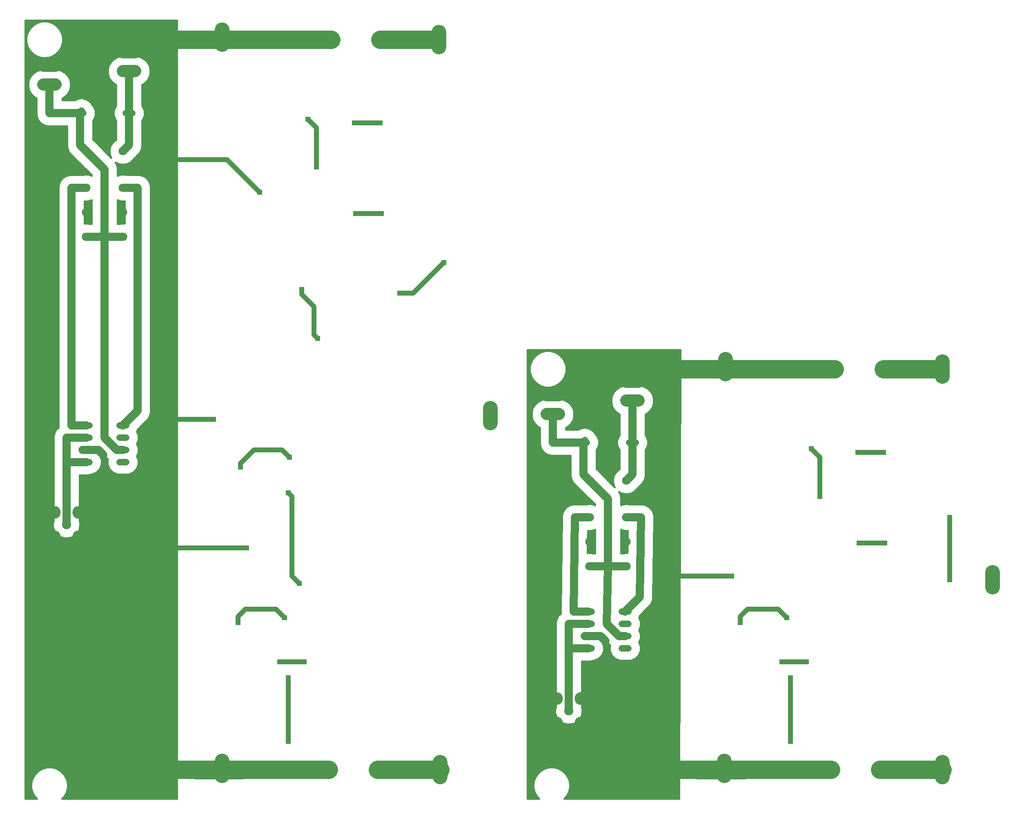
<source format=gbl>
G75*
%MOIN*%
%OFA0B0*%
%FSLAX25Y25*%
%IPPOS*%
%LPD*%
%AMOC8*
5,1,8,0,0,1.08239X$1,22.5*
%
%ADD10C,0.10039*%
%ADD11C,0.07500*%
%ADD12C,0.10500*%
%ADD13C,0.05200*%
%ADD14C,0.07087*%
%ADD15C,0.11850*%
%ADD16OC8,0.05200*%
%ADD17OC8,0.06000*%
%ADD18C,0.01600*%
%ADD19C,0.06600*%
%ADD20C,0.15000*%
%ADD21R,0.03962X0.03962*%
%ADD22C,0.05600*%
%ADD23C,0.04000*%
D10*
X0434780Y0323005D02*
X0444820Y0323005D01*
X0444820Y0338595D02*
X0434780Y0338595D01*
X0499780Y0334005D02*
X0509820Y0334005D01*
X0509820Y0349595D02*
X0499780Y0349595D01*
X0098820Y0603005D02*
X0088780Y0603005D01*
X0088780Y0618595D02*
X0098820Y0618595D01*
X0033820Y0607595D02*
X0023780Y0607595D01*
X0023780Y0592005D02*
X0033820Y0592005D01*
D11*
X0042800Y0232800D03*
X0452800Y0080800D03*
D12*
X0442761Y0090839D03*
X0462839Y0090839D03*
X0462839Y0070761D03*
X0442761Y0070761D03*
X0052839Y0222761D03*
X0032761Y0222761D03*
X0032761Y0242839D03*
X0052839Y0242839D03*
D13*
X0056200Y0283800D02*
X0061400Y0283800D01*
X0061400Y0293800D02*
X0056200Y0293800D01*
X0056200Y0303800D02*
X0061400Y0303800D01*
X0061400Y0313800D02*
X0056200Y0313800D01*
X0086200Y0313800D02*
X0091400Y0313800D01*
X0091400Y0303800D02*
X0086200Y0303800D01*
X0086200Y0293800D02*
X0091400Y0293800D01*
X0091400Y0283800D02*
X0086200Y0283800D01*
X0091200Y0568800D02*
X0096400Y0568800D01*
X0056400Y0568800D02*
X0051200Y0568800D01*
X0462200Y0299800D02*
X0467400Y0299800D01*
X0502200Y0299800D02*
X0507400Y0299800D01*
X0501400Y0161800D02*
X0496200Y0161800D01*
X0496200Y0151800D02*
X0501400Y0151800D01*
X0501400Y0141800D02*
X0496200Y0141800D01*
X0496200Y0131800D02*
X0501400Y0131800D01*
X0471400Y0131800D02*
X0466200Y0131800D01*
X0466200Y0141800D02*
X0471400Y0141800D01*
X0471400Y0151800D02*
X0466200Y0151800D01*
X0466200Y0161800D02*
X0471400Y0161800D01*
D14*
X0469800Y0198800D03*
X0469800Y0218800D03*
X0469800Y0238800D03*
X0499800Y0238800D03*
X0499800Y0218800D03*
X0499800Y0198800D03*
X0499800Y0268800D03*
X0469800Y0268800D03*
X0088800Y0467800D03*
X0088800Y0487800D03*
X0088800Y0507800D03*
X0058800Y0507800D03*
X0058800Y0487800D03*
X0058800Y0467800D03*
X0058800Y0537800D03*
X0088800Y0537800D03*
D15*
X0169800Y0624875D02*
X0169800Y0636725D01*
X0346800Y0634725D02*
X0346800Y0622875D01*
X0580800Y0367725D02*
X0580800Y0355875D01*
X0757800Y0353875D02*
X0757800Y0365725D01*
X0798800Y0193725D02*
X0798800Y0181875D01*
X0757800Y0038725D02*
X0757800Y0026875D01*
X0579800Y0027875D02*
X0579800Y0039725D01*
X0347800Y0038725D02*
X0347800Y0026875D01*
X0169800Y0027875D02*
X0169800Y0039725D01*
X0388800Y0315875D02*
X0388800Y0327725D01*
D16*
X0439800Y0299800D03*
X0439800Y0279800D03*
X0028800Y0548800D03*
X0028800Y0568800D03*
D17*
X0258800Y0628800D03*
X0298800Y0628800D03*
X0669800Y0359800D03*
X0709800Y0359800D03*
X0706800Y0032800D03*
X0666800Y0032800D03*
X0296800Y0032800D03*
X0256800Y0032800D03*
D18*
X0009200Y0009200D02*
X0009200Y0644400D01*
X0132800Y0644400D01*
X0132800Y0009200D01*
X0039236Y0009200D01*
X0040703Y0010667D01*
X0042661Y0014058D01*
X0043675Y0017842D01*
X0043675Y0021758D01*
X0042661Y0025542D01*
X0040703Y0028933D01*
X0037933Y0031703D01*
X0034542Y0033661D01*
X0030758Y0034675D01*
X0026842Y0034675D01*
X0023058Y0033661D01*
X0019667Y0031703D01*
X0016897Y0028933D01*
X0014939Y0025542D01*
X0013925Y0021758D01*
X0013925Y0017842D01*
X0014939Y0014058D01*
X0016897Y0010667D01*
X0018364Y0009200D01*
X0009200Y0009200D01*
X0009200Y0009793D02*
X0017771Y0009793D01*
X0016479Y0011391D02*
X0009200Y0011391D01*
X0009200Y0012990D02*
X0015556Y0012990D01*
X0014797Y0014588D02*
X0009200Y0014588D01*
X0009200Y0016187D02*
X0014368Y0016187D01*
X0013940Y0017785D02*
X0009200Y0017785D01*
X0009200Y0019384D02*
X0013925Y0019384D01*
X0013925Y0020982D02*
X0009200Y0020982D01*
X0009200Y0022581D02*
X0014145Y0022581D01*
X0014574Y0024179D02*
X0009200Y0024179D01*
X0009200Y0025778D02*
X0015075Y0025778D01*
X0015998Y0027376D02*
X0009200Y0027376D01*
X0009200Y0028975D02*
X0016938Y0028975D01*
X0018537Y0030573D02*
X0009200Y0030573D01*
X0009200Y0032172D02*
X0020478Y0032172D01*
X0023465Y0033770D02*
X0009200Y0033770D01*
X0009200Y0035369D02*
X0132800Y0035369D01*
X0132800Y0036967D02*
X0009200Y0036967D01*
X0009200Y0038566D02*
X0132800Y0038566D01*
X0132800Y0040164D02*
X0009200Y0040164D01*
X0009200Y0041763D02*
X0132800Y0041763D01*
X0132800Y0043361D02*
X0009200Y0043361D01*
X0009200Y0044960D02*
X0132800Y0044960D01*
X0132800Y0046558D02*
X0009200Y0046558D01*
X0009200Y0048157D02*
X0132800Y0048157D01*
X0132800Y0049755D02*
X0009200Y0049755D01*
X0009200Y0051354D02*
X0132800Y0051354D01*
X0132800Y0052952D02*
X0009200Y0052952D01*
X0009200Y0054551D02*
X0132800Y0054551D01*
X0132800Y0056149D02*
X0009200Y0056149D01*
X0009200Y0057748D02*
X0132800Y0057748D01*
X0132800Y0059346D02*
X0009200Y0059346D01*
X0009200Y0060945D02*
X0132800Y0060945D01*
X0132800Y0062543D02*
X0009200Y0062543D01*
X0009200Y0064142D02*
X0132800Y0064142D01*
X0132800Y0065740D02*
X0009200Y0065740D01*
X0009200Y0067339D02*
X0132800Y0067339D01*
X0132800Y0068937D02*
X0009200Y0068937D01*
X0009200Y0070536D02*
X0132800Y0070536D01*
X0132800Y0072134D02*
X0009200Y0072134D01*
X0009200Y0073733D02*
X0132800Y0073733D01*
X0132800Y0075332D02*
X0009200Y0075332D01*
X0009200Y0076930D02*
X0132800Y0076930D01*
X0132800Y0078529D02*
X0009200Y0078529D01*
X0009200Y0080127D02*
X0132800Y0080127D01*
X0132800Y0081726D02*
X0009200Y0081726D01*
X0009200Y0083324D02*
X0132800Y0083324D01*
X0132800Y0084923D02*
X0009200Y0084923D01*
X0009200Y0086521D02*
X0132800Y0086521D01*
X0132800Y0088120D02*
X0009200Y0088120D01*
X0009200Y0089718D02*
X0132800Y0089718D01*
X0132800Y0091317D02*
X0009200Y0091317D01*
X0009200Y0092915D02*
X0132800Y0092915D01*
X0132800Y0094514D02*
X0009200Y0094514D01*
X0009200Y0096112D02*
X0132800Y0096112D01*
X0132800Y0097711D02*
X0009200Y0097711D01*
X0009200Y0099309D02*
X0132800Y0099309D01*
X0132800Y0100908D02*
X0009200Y0100908D01*
X0009200Y0102506D02*
X0132800Y0102506D01*
X0132800Y0104105D02*
X0009200Y0104105D01*
X0009200Y0105703D02*
X0132800Y0105703D01*
X0132800Y0107302D02*
X0009200Y0107302D01*
X0009200Y0108900D02*
X0132800Y0108900D01*
X0132800Y0110499D02*
X0009200Y0110499D01*
X0009200Y0112097D02*
X0132800Y0112097D01*
X0132800Y0113696D02*
X0009200Y0113696D01*
X0009200Y0115294D02*
X0132800Y0115294D01*
X0132800Y0116893D02*
X0009200Y0116893D01*
X0009200Y0118491D02*
X0132800Y0118491D01*
X0132800Y0120090D02*
X0009200Y0120090D01*
X0009200Y0121688D02*
X0132800Y0121688D01*
X0132800Y0123287D02*
X0009200Y0123287D01*
X0009200Y0124885D02*
X0132800Y0124885D01*
X0132800Y0126484D02*
X0009200Y0126484D01*
X0009200Y0128082D02*
X0132800Y0128082D01*
X0132800Y0129681D02*
X0009200Y0129681D01*
X0009200Y0131279D02*
X0132800Y0131279D01*
X0132800Y0132878D02*
X0009200Y0132878D01*
X0009200Y0134476D02*
X0132800Y0134476D01*
X0132800Y0136075D02*
X0009200Y0136075D01*
X0009200Y0137673D02*
X0132800Y0137673D01*
X0132800Y0139272D02*
X0009200Y0139272D01*
X0009200Y0140870D02*
X0132800Y0140870D01*
X0132800Y0142469D02*
X0009200Y0142469D01*
X0009200Y0144068D02*
X0132800Y0144068D01*
X0132800Y0145666D02*
X0009200Y0145666D01*
X0009200Y0147265D02*
X0132800Y0147265D01*
X0132800Y0148863D02*
X0009200Y0148863D01*
X0009200Y0150462D02*
X0132800Y0150462D01*
X0132800Y0152060D02*
X0009200Y0152060D01*
X0009200Y0153659D02*
X0132800Y0153659D01*
X0132800Y0155257D02*
X0009200Y0155257D01*
X0009200Y0156856D02*
X0132800Y0156856D01*
X0132800Y0158454D02*
X0009200Y0158454D01*
X0009200Y0160053D02*
X0132800Y0160053D01*
X0132800Y0161651D02*
X0009200Y0161651D01*
X0009200Y0163250D02*
X0132800Y0163250D01*
X0132800Y0164848D02*
X0009200Y0164848D01*
X0009200Y0166447D02*
X0132800Y0166447D01*
X0132800Y0168045D02*
X0009200Y0168045D01*
X0009200Y0169644D02*
X0132800Y0169644D01*
X0132800Y0171242D02*
X0009200Y0171242D01*
X0009200Y0172841D02*
X0132800Y0172841D01*
X0132800Y0174439D02*
X0009200Y0174439D01*
X0009200Y0176038D02*
X0132800Y0176038D01*
X0132800Y0177636D02*
X0009200Y0177636D01*
X0009200Y0179235D02*
X0132800Y0179235D01*
X0132800Y0180833D02*
X0009200Y0180833D01*
X0009200Y0182432D02*
X0132800Y0182432D01*
X0132800Y0184030D02*
X0009200Y0184030D01*
X0009200Y0185629D02*
X0132800Y0185629D01*
X0132800Y0187227D02*
X0009200Y0187227D01*
X0009200Y0188826D02*
X0132800Y0188826D01*
X0132800Y0190424D02*
X0009200Y0190424D01*
X0009200Y0192023D02*
X0132800Y0192023D01*
X0132800Y0193621D02*
X0009200Y0193621D01*
X0009200Y0195220D02*
X0132800Y0195220D01*
X0132800Y0196818D02*
X0009200Y0196818D01*
X0009200Y0198417D02*
X0132800Y0198417D01*
X0132800Y0200015D02*
X0009200Y0200015D01*
X0009200Y0201614D02*
X0132800Y0201614D01*
X0132800Y0203212D02*
X0009200Y0203212D01*
X0009200Y0204811D02*
X0132800Y0204811D01*
X0132800Y0206409D02*
X0009200Y0206409D01*
X0009200Y0208008D02*
X0132800Y0208008D01*
X0132800Y0209606D02*
X0009200Y0209606D01*
X0009200Y0211205D02*
X0132800Y0211205D01*
X0132800Y0212803D02*
X0009200Y0212803D01*
X0009200Y0214402D02*
X0132800Y0214402D01*
X0132800Y0216001D02*
X0009200Y0216001D01*
X0009200Y0217599D02*
X0132800Y0217599D01*
X0132800Y0219198D02*
X0009200Y0219198D01*
X0009200Y0220796D02*
X0132800Y0220796D01*
X0132800Y0222395D02*
X0047047Y0222395D01*
X0047104Y0222410D02*
X0049646Y0223878D01*
X0051722Y0225954D01*
X0053190Y0228496D01*
X0053950Y0231332D01*
X0053950Y0234268D01*
X0053500Y0235947D01*
X0053500Y0273100D01*
X0060209Y0273100D01*
X0062821Y0273800D01*
X0063389Y0273800D01*
X0067065Y0275322D01*
X0069878Y0278135D01*
X0071400Y0281811D01*
X0071400Y0285789D01*
X0069878Y0289465D01*
X0067065Y0292278D01*
X0063389Y0293800D01*
X0067065Y0295322D01*
X0067105Y0295363D01*
X0076340Y0286128D01*
X0076200Y0285789D01*
X0076200Y0281811D01*
X0077722Y0278135D01*
X0080535Y0275322D01*
X0084211Y0273800D01*
X0093389Y0273800D01*
X0097065Y0275322D01*
X0099878Y0278135D01*
X0101400Y0281811D01*
X0101400Y0285789D01*
X0100153Y0288800D01*
X0101400Y0291811D01*
X0101400Y0295789D01*
X0100153Y0298800D01*
X0101400Y0301811D01*
X0101400Y0305789D01*
X0100153Y0308800D01*
X0101016Y0310884D01*
X0109362Y0319230D01*
X0110771Y0321670D01*
X0111500Y0324391D01*
X0111500Y0509209D01*
X0110771Y0511930D01*
X0109362Y0514370D01*
X0107370Y0516362D01*
X0104930Y0517771D01*
X0102209Y0518500D01*
X0091149Y0518500D01*
X0090241Y0518743D01*
X0087359Y0518743D01*
X0084576Y0517998D01*
X0084500Y0517954D01*
X0084500Y0524209D01*
X0083771Y0526930D01*
X0082786Y0528636D01*
X0084576Y0527602D01*
X0087359Y0526857D01*
X0090241Y0526857D01*
X0093024Y0527602D01*
X0095519Y0529043D01*
X0097557Y0531081D01*
X0098027Y0531895D01*
X0102362Y0536230D01*
X0103771Y0538670D01*
X0104500Y0541391D01*
X0104500Y0562758D01*
X0104878Y0563135D01*
X0106400Y0566811D01*
X0106400Y0570789D01*
X0104878Y0574465D01*
X0104500Y0574842D01*
X0104500Y0591943D01*
X0106446Y0593066D01*
X0108758Y0595379D01*
X0110393Y0598211D01*
X0111239Y0601370D01*
X0111239Y0604640D01*
X0110393Y0607799D01*
X0108758Y0610631D01*
X0106446Y0612943D01*
X0103613Y0614578D01*
X0100455Y0615424D01*
X0087145Y0615424D01*
X0083986Y0614578D01*
X0081154Y0612943D01*
X0078842Y0610631D01*
X0077207Y0607799D01*
X0076361Y0604640D01*
X0076361Y0601370D01*
X0077207Y0598211D01*
X0078842Y0595379D01*
X0081154Y0593066D01*
X0083100Y0591943D01*
X0083100Y0574842D01*
X0082722Y0574465D01*
X0081200Y0570789D01*
X0081200Y0566811D01*
X0082722Y0563135D01*
X0083100Y0562758D01*
X0083100Y0547232D01*
X0082895Y0547027D01*
X0082081Y0546557D01*
X0080043Y0544519D01*
X0078602Y0542024D01*
X0077857Y0539241D01*
X0077857Y0536359D01*
X0078602Y0533576D01*
X0079212Y0532520D01*
X0068027Y0543705D01*
X0067557Y0544519D01*
X0065519Y0546557D01*
X0064705Y0547027D01*
X0064500Y0547232D01*
X0064500Y0562758D01*
X0064878Y0563135D01*
X0066400Y0566811D01*
X0066400Y0570789D01*
X0064878Y0574465D01*
X0063895Y0575447D01*
X0062962Y0577063D01*
X0061063Y0578962D01*
X0058737Y0580305D01*
X0056143Y0581000D01*
X0053457Y0581000D01*
X0050863Y0580305D01*
X0049469Y0579500D01*
X0039500Y0579500D01*
X0039500Y0580943D01*
X0041446Y0582066D01*
X0043758Y0584379D01*
X0045393Y0587211D01*
X0046239Y0590370D01*
X0046239Y0593640D01*
X0045393Y0596799D01*
X0043758Y0599631D01*
X0041446Y0601943D01*
X0038613Y0603578D01*
X0035455Y0604424D01*
X0022145Y0604424D01*
X0018986Y0603578D01*
X0016154Y0601943D01*
X0013842Y0599631D01*
X0012207Y0596799D01*
X0011361Y0593640D01*
X0011361Y0590370D01*
X0012207Y0587211D01*
X0013842Y0584379D01*
X0016154Y0582066D01*
X0018100Y0580943D01*
X0018100Y0567391D01*
X0018800Y0564779D01*
X0018800Y0564658D01*
X0018886Y0564572D01*
X0020238Y0562230D01*
X0022230Y0560238D01*
X0024572Y0558886D01*
X0024658Y0558800D01*
X0024779Y0558800D01*
X0027391Y0558100D01*
X0043100Y0558100D01*
X0043100Y0541391D01*
X0043829Y0538670D01*
X0045238Y0536230D01*
X0049573Y0531895D01*
X0050043Y0531081D01*
X0052081Y0529043D01*
X0052895Y0528573D01*
X0063100Y0518368D01*
X0063100Y0517954D01*
X0063024Y0517998D01*
X0060241Y0518743D01*
X0057359Y0518743D01*
X0056451Y0518500D01*
X0045391Y0518500D01*
X0042670Y0517771D01*
X0040230Y0516362D01*
X0038238Y0514370D01*
X0036829Y0511930D01*
X0036100Y0509209D01*
X0036100Y0312391D01*
X0036134Y0312266D01*
X0034238Y0310370D01*
X0032829Y0307930D01*
X0032100Y0305209D01*
X0032100Y0235947D01*
X0031650Y0234268D01*
X0031650Y0231332D01*
X0032410Y0228496D01*
X0033878Y0225954D01*
X0035954Y0223878D01*
X0038496Y0222410D01*
X0041332Y0221650D01*
X0044268Y0221650D01*
X0047104Y0222410D01*
X0049762Y0223993D02*
X0132800Y0223993D01*
X0132800Y0225592D02*
X0051360Y0225592D01*
X0052436Y0227190D02*
X0132800Y0227190D01*
X0132800Y0228789D02*
X0053268Y0228789D01*
X0053697Y0230387D02*
X0132800Y0230387D01*
X0132800Y0231986D02*
X0053950Y0231986D01*
X0053950Y0233584D02*
X0132800Y0233584D01*
X0132800Y0235183D02*
X0053705Y0235183D01*
X0053500Y0236781D02*
X0132800Y0236781D01*
X0132800Y0238380D02*
X0053500Y0238380D01*
X0053500Y0239978D02*
X0132800Y0239978D01*
X0132800Y0241577D02*
X0053500Y0241577D01*
X0053500Y0243175D02*
X0132800Y0243175D01*
X0132800Y0244774D02*
X0053500Y0244774D01*
X0053500Y0246372D02*
X0132800Y0246372D01*
X0132800Y0247971D02*
X0053500Y0247971D01*
X0053500Y0249569D02*
X0132800Y0249569D01*
X0132800Y0251168D02*
X0053500Y0251168D01*
X0053500Y0252766D02*
X0132800Y0252766D01*
X0132800Y0254365D02*
X0053500Y0254365D01*
X0053500Y0255963D02*
X0132800Y0255963D01*
X0132800Y0257562D02*
X0053500Y0257562D01*
X0053500Y0259160D02*
X0132800Y0259160D01*
X0132800Y0260759D02*
X0053500Y0260759D01*
X0053500Y0262357D02*
X0132800Y0262357D01*
X0132800Y0263956D02*
X0053500Y0263956D01*
X0053500Y0265554D02*
X0132800Y0265554D01*
X0132800Y0267153D02*
X0053500Y0267153D01*
X0053500Y0268751D02*
X0132800Y0268751D01*
X0132800Y0270350D02*
X0053500Y0270350D01*
X0053500Y0271948D02*
X0132800Y0271948D01*
X0132800Y0273547D02*
X0061877Y0273547D01*
X0066637Y0275145D02*
X0080963Y0275145D01*
X0079114Y0276744D02*
X0068486Y0276744D01*
X0069963Y0278342D02*
X0077637Y0278342D01*
X0076975Y0279941D02*
X0070625Y0279941D01*
X0071288Y0281539D02*
X0076312Y0281539D01*
X0076200Y0283138D02*
X0071400Y0283138D01*
X0071400Y0284737D02*
X0076200Y0284737D01*
X0076133Y0286335D02*
X0071174Y0286335D01*
X0070512Y0287934D02*
X0074534Y0287934D01*
X0072936Y0289532D02*
X0069810Y0289532D01*
X0071337Y0291131D02*
X0068212Y0291131D01*
X0069739Y0292729D02*
X0065975Y0292729D01*
X0064663Y0294328D02*
X0068140Y0294328D01*
X0063389Y0293800D02*
X0062821Y0293800D01*
X0062821Y0293800D01*
X0063389Y0293800D01*
X0035779Y0311911D02*
X0009200Y0311911D01*
X0009200Y0310313D02*
X0034205Y0310313D01*
X0033282Y0308714D02*
X0009200Y0308714D01*
X0009200Y0307116D02*
X0032611Y0307116D01*
X0032183Y0305517D02*
X0009200Y0305517D01*
X0009200Y0303919D02*
X0032100Y0303919D01*
X0032100Y0302320D02*
X0009200Y0302320D01*
X0009200Y0300722D02*
X0032100Y0300722D01*
X0032100Y0299123D02*
X0009200Y0299123D01*
X0009200Y0297525D02*
X0032100Y0297525D01*
X0032100Y0295926D02*
X0009200Y0295926D01*
X0009200Y0294328D02*
X0032100Y0294328D01*
X0032100Y0292729D02*
X0009200Y0292729D01*
X0009200Y0291131D02*
X0032100Y0291131D01*
X0032100Y0289532D02*
X0009200Y0289532D01*
X0009200Y0287934D02*
X0032100Y0287934D01*
X0032100Y0286335D02*
X0009200Y0286335D01*
X0009200Y0284737D02*
X0032100Y0284737D01*
X0032100Y0283138D02*
X0009200Y0283138D01*
X0009200Y0281539D02*
X0032100Y0281539D01*
X0032100Y0279941D02*
X0009200Y0279941D01*
X0009200Y0278342D02*
X0032100Y0278342D01*
X0032100Y0276744D02*
X0009200Y0276744D01*
X0009200Y0275145D02*
X0032100Y0275145D01*
X0032100Y0273547D02*
X0009200Y0273547D01*
X0009200Y0271948D02*
X0032100Y0271948D01*
X0032100Y0270350D02*
X0009200Y0270350D01*
X0009200Y0268751D02*
X0032100Y0268751D01*
X0032100Y0267153D02*
X0009200Y0267153D01*
X0009200Y0265554D02*
X0032100Y0265554D01*
X0032100Y0263956D02*
X0009200Y0263956D01*
X0009200Y0262357D02*
X0032100Y0262357D01*
X0032100Y0260759D02*
X0009200Y0260759D01*
X0009200Y0259160D02*
X0032100Y0259160D01*
X0032100Y0257562D02*
X0009200Y0257562D01*
X0009200Y0255963D02*
X0032100Y0255963D01*
X0032100Y0254365D02*
X0009200Y0254365D01*
X0009200Y0252766D02*
X0032100Y0252766D01*
X0032100Y0251168D02*
X0009200Y0251168D01*
X0009200Y0249569D02*
X0032100Y0249569D01*
X0032100Y0247971D02*
X0009200Y0247971D01*
X0009200Y0246372D02*
X0032100Y0246372D01*
X0032100Y0244774D02*
X0009200Y0244774D01*
X0009200Y0243175D02*
X0032100Y0243175D01*
X0032100Y0241577D02*
X0009200Y0241577D01*
X0009200Y0239978D02*
X0032100Y0239978D01*
X0032100Y0238380D02*
X0009200Y0238380D01*
X0009200Y0236781D02*
X0032100Y0236781D01*
X0031895Y0235183D02*
X0009200Y0235183D01*
X0009200Y0233584D02*
X0031650Y0233584D01*
X0031650Y0231986D02*
X0009200Y0231986D01*
X0009200Y0230387D02*
X0031903Y0230387D01*
X0032332Y0228789D02*
X0009200Y0228789D01*
X0009200Y0227190D02*
X0033164Y0227190D01*
X0034240Y0225592D02*
X0009200Y0225592D01*
X0009200Y0223993D02*
X0035838Y0223993D01*
X0038553Y0222395D02*
X0009200Y0222395D01*
X0096637Y0275145D02*
X0132800Y0275145D01*
X0132800Y0276744D02*
X0098486Y0276744D01*
X0099963Y0278342D02*
X0132800Y0278342D01*
X0132800Y0279941D02*
X0100625Y0279941D01*
X0101288Y0281539D02*
X0132800Y0281539D01*
X0132800Y0283138D02*
X0101400Y0283138D01*
X0101400Y0284737D02*
X0132800Y0284737D01*
X0132800Y0286335D02*
X0101174Y0286335D01*
X0100512Y0287934D02*
X0132800Y0287934D01*
X0132800Y0289532D02*
X0100456Y0289532D01*
X0101118Y0291131D02*
X0132800Y0291131D01*
X0132800Y0292729D02*
X0101400Y0292729D01*
X0101400Y0294328D02*
X0132800Y0294328D01*
X0132800Y0295926D02*
X0101343Y0295926D01*
X0100681Y0297525D02*
X0132800Y0297525D01*
X0132800Y0299123D02*
X0100287Y0299123D01*
X0100949Y0300722D02*
X0132800Y0300722D01*
X0132800Y0302320D02*
X0101400Y0302320D01*
X0101400Y0303919D02*
X0132800Y0303919D01*
X0132800Y0305517D02*
X0101400Y0305517D01*
X0100851Y0307116D02*
X0132800Y0307116D01*
X0132800Y0308714D02*
X0100188Y0308714D01*
X0100779Y0310313D02*
X0132800Y0310313D01*
X0132800Y0311911D02*
X0102043Y0311911D01*
X0103642Y0313510D02*
X0132800Y0313510D01*
X0132800Y0315108D02*
X0105240Y0315108D01*
X0106839Y0316707D02*
X0132800Y0316707D01*
X0132800Y0318305D02*
X0108437Y0318305D01*
X0109751Y0319904D02*
X0132800Y0319904D01*
X0132800Y0321502D02*
X0110674Y0321502D01*
X0111154Y0323101D02*
X0132800Y0323101D01*
X0132800Y0324699D02*
X0111500Y0324699D01*
X0111500Y0326298D02*
X0132800Y0326298D01*
X0132800Y0327896D02*
X0111500Y0327896D01*
X0111500Y0329495D02*
X0132800Y0329495D01*
X0132800Y0331093D02*
X0111500Y0331093D01*
X0111500Y0332692D02*
X0132800Y0332692D01*
X0132800Y0334290D02*
X0111500Y0334290D01*
X0111500Y0335889D02*
X0132800Y0335889D01*
X0132800Y0337487D02*
X0111500Y0337487D01*
X0111500Y0339086D02*
X0132800Y0339086D01*
X0132800Y0340684D02*
X0111500Y0340684D01*
X0111500Y0342283D02*
X0132800Y0342283D01*
X0132800Y0343881D02*
X0111500Y0343881D01*
X0111500Y0345480D02*
X0132800Y0345480D01*
X0132800Y0347078D02*
X0111500Y0347078D01*
X0111500Y0348677D02*
X0132800Y0348677D01*
X0132800Y0350275D02*
X0111500Y0350275D01*
X0111500Y0351874D02*
X0132800Y0351874D01*
X0132800Y0353472D02*
X0111500Y0353472D01*
X0111500Y0355071D02*
X0132800Y0355071D01*
X0132800Y0356670D02*
X0111500Y0356670D01*
X0111500Y0358268D02*
X0132800Y0358268D01*
X0132800Y0359867D02*
X0111500Y0359867D01*
X0111500Y0361465D02*
X0132800Y0361465D01*
X0132800Y0363064D02*
X0111500Y0363064D01*
X0111500Y0364662D02*
X0132800Y0364662D01*
X0132800Y0366261D02*
X0111500Y0366261D01*
X0111500Y0367859D02*
X0132800Y0367859D01*
X0132800Y0369458D02*
X0111500Y0369458D01*
X0111500Y0371056D02*
X0132800Y0371056D01*
X0132800Y0372655D02*
X0111500Y0372655D01*
X0111500Y0374253D02*
X0132800Y0374253D01*
X0132800Y0375852D02*
X0111500Y0375852D01*
X0111500Y0377450D02*
X0132800Y0377450D01*
X0132800Y0379049D02*
X0111500Y0379049D01*
X0111500Y0380647D02*
X0132800Y0380647D01*
X0132800Y0382246D02*
X0111500Y0382246D01*
X0111500Y0383844D02*
X0132800Y0383844D01*
X0132800Y0385443D02*
X0111500Y0385443D01*
X0111500Y0387041D02*
X0132800Y0387041D01*
X0132800Y0388640D02*
X0111500Y0388640D01*
X0111500Y0390238D02*
X0132800Y0390238D01*
X0132800Y0391837D02*
X0111500Y0391837D01*
X0111500Y0393435D02*
X0132800Y0393435D01*
X0132800Y0395034D02*
X0111500Y0395034D01*
X0111500Y0396632D02*
X0132800Y0396632D01*
X0132800Y0398231D02*
X0111500Y0398231D01*
X0111500Y0399829D02*
X0132800Y0399829D01*
X0132800Y0401428D02*
X0111500Y0401428D01*
X0111500Y0403026D02*
X0132800Y0403026D01*
X0132800Y0404625D02*
X0111500Y0404625D01*
X0111500Y0406223D02*
X0132800Y0406223D01*
X0132800Y0407822D02*
X0111500Y0407822D01*
X0111500Y0409420D02*
X0132800Y0409420D01*
X0132800Y0411019D02*
X0111500Y0411019D01*
X0111500Y0412617D02*
X0132800Y0412617D01*
X0132800Y0414216D02*
X0111500Y0414216D01*
X0111500Y0415814D02*
X0132800Y0415814D01*
X0132800Y0417413D02*
X0111500Y0417413D01*
X0111500Y0419011D02*
X0132800Y0419011D01*
X0132800Y0420610D02*
X0111500Y0420610D01*
X0111500Y0422208D02*
X0132800Y0422208D01*
X0132800Y0423807D02*
X0111500Y0423807D01*
X0111500Y0425405D02*
X0132800Y0425405D01*
X0132800Y0427004D02*
X0111500Y0427004D01*
X0111500Y0428603D02*
X0132800Y0428603D01*
X0132800Y0430201D02*
X0111500Y0430201D01*
X0111500Y0431800D02*
X0132800Y0431800D01*
X0132800Y0433398D02*
X0111500Y0433398D01*
X0111500Y0434997D02*
X0132800Y0434997D01*
X0132800Y0436595D02*
X0111500Y0436595D01*
X0111500Y0438194D02*
X0132800Y0438194D01*
X0132800Y0439792D02*
X0111500Y0439792D01*
X0111500Y0441391D02*
X0132800Y0441391D01*
X0132800Y0442989D02*
X0111500Y0442989D01*
X0111500Y0444588D02*
X0132800Y0444588D01*
X0132800Y0446186D02*
X0111500Y0446186D01*
X0111500Y0447785D02*
X0132800Y0447785D01*
X0132800Y0449383D02*
X0111500Y0449383D01*
X0111500Y0450982D02*
X0132800Y0450982D01*
X0132800Y0452580D02*
X0111500Y0452580D01*
X0111500Y0454179D02*
X0132800Y0454179D01*
X0132800Y0455777D02*
X0111500Y0455777D01*
X0111500Y0457376D02*
X0132800Y0457376D01*
X0132800Y0458974D02*
X0111500Y0458974D01*
X0111500Y0460573D02*
X0132800Y0460573D01*
X0132800Y0462171D02*
X0111500Y0462171D01*
X0111500Y0463770D02*
X0132800Y0463770D01*
X0132800Y0465368D02*
X0111500Y0465368D01*
X0111500Y0466967D02*
X0132800Y0466967D01*
X0132800Y0468565D02*
X0111500Y0468565D01*
X0111500Y0470164D02*
X0132800Y0470164D01*
X0132800Y0471762D02*
X0111500Y0471762D01*
X0111500Y0473361D02*
X0132800Y0473361D01*
X0132800Y0474959D02*
X0111500Y0474959D01*
X0111500Y0476558D02*
X0132800Y0476558D01*
X0132800Y0478156D02*
X0111500Y0478156D01*
X0111500Y0479755D02*
X0132800Y0479755D01*
X0132800Y0481353D02*
X0111500Y0481353D01*
X0111500Y0482952D02*
X0132800Y0482952D01*
X0132800Y0484550D02*
X0111500Y0484550D01*
X0111500Y0486149D02*
X0132800Y0486149D01*
X0132800Y0487747D02*
X0111500Y0487747D01*
X0111500Y0489346D02*
X0132800Y0489346D01*
X0132800Y0490944D02*
X0111500Y0490944D01*
X0111500Y0492543D02*
X0132800Y0492543D01*
X0132800Y0494141D02*
X0111500Y0494141D01*
X0111500Y0495740D02*
X0132800Y0495740D01*
X0132800Y0497339D02*
X0111500Y0497339D01*
X0111500Y0498937D02*
X0132800Y0498937D01*
X0132800Y0500536D02*
X0111500Y0500536D01*
X0111500Y0502134D02*
X0132800Y0502134D01*
X0132800Y0503733D02*
X0111500Y0503733D01*
X0111500Y0505331D02*
X0132800Y0505331D01*
X0132800Y0506930D02*
X0111500Y0506930D01*
X0111500Y0508528D02*
X0132800Y0508528D01*
X0132800Y0510127D02*
X0111254Y0510127D01*
X0110826Y0511725D02*
X0132800Y0511725D01*
X0132800Y0513324D02*
X0109966Y0513324D01*
X0108810Y0514922D02*
X0132800Y0514922D01*
X0132800Y0516521D02*
X0107095Y0516521D01*
X0103630Y0518119D02*
X0132800Y0518119D01*
X0132800Y0519718D02*
X0084500Y0519718D01*
X0084500Y0521316D02*
X0132800Y0521316D01*
X0132800Y0522915D02*
X0084500Y0522915D01*
X0084418Y0524513D02*
X0132800Y0524513D01*
X0132800Y0526112D02*
X0083990Y0526112D01*
X0084389Y0527710D02*
X0083320Y0527710D01*
X0078461Y0534104D02*
X0077628Y0534104D01*
X0078033Y0535703D02*
X0076029Y0535703D01*
X0074431Y0537301D02*
X0077857Y0537301D01*
X0077857Y0538900D02*
X0072832Y0538900D01*
X0071234Y0540498D02*
X0078194Y0540498D01*
X0078645Y0542097D02*
X0069635Y0542097D01*
X0068037Y0543695D02*
X0079567Y0543695D01*
X0080818Y0545294D02*
X0066782Y0545294D01*
X0064938Y0546892D02*
X0082662Y0546892D01*
X0083100Y0548491D02*
X0064500Y0548491D01*
X0064500Y0550089D02*
X0083100Y0550089D01*
X0083100Y0551688D02*
X0064500Y0551688D01*
X0064500Y0553286D02*
X0083100Y0553286D01*
X0083100Y0554885D02*
X0064500Y0554885D01*
X0064500Y0556483D02*
X0083100Y0556483D01*
X0083100Y0558082D02*
X0064500Y0558082D01*
X0064500Y0559680D02*
X0083100Y0559680D01*
X0083100Y0561279D02*
X0064500Y0561279D01*
X0064620Y0562877D02*
X0082980Y0562877D01*
X0082167Y0564476D02*
X0065433Y0564476D01*
X0066095Y0566074D02*
X0081505Y0566074D01*
X0081200Y0567673D02*
X0066400Y0567673D01*
X0066400Y0569272D02*
X0081200Y0569272D01*
X0081234Y0570870D02*
X0066366Y0570870D01*
X0065704Y0572469D02*
X0081896Y0572469D01*
X0082558Y0574067D02*
X0065042Y0574067D01*
X0063769Y0575666D02*
X0083100Y0575666D01*
X0083100Y0577264D02*
X0062761Y0577264D01*
X0061162Y0578863D02*
X0083100Y0578863D01*
X0083100Y0580461D02*
X0058154Y0580461D01*
X0051446Y0580461D02*
X0039500Y0580461D01*
X0041434Y0582060D02*
X0083100Y0582060D01*
X0083100Y0583658D02*
X0043037Y0583658D01*
X0044265Y0585257D02*
X0083100Y0585257D01*
X0083100Y0586855D02*
X0045188Y0586855D01*
X0045726Y0588454D02*
X0083100Y0588454D01*
X0083100Y0590052D02*
X0046154Y0590052D01*
X0046239Y0591651D02*
X0083100Y0591651D01*
X0080972Y0593249D02*
X0046239Y0593249D01*
X0045916Y0594848D02*
X0079373Y0594848D01*
X0078226Y0596446D02*
X0045487Y0596446D01*
X0044673Y0598045D02*
X0077303Y0598045D01*
X0076823Y0599643D02*
X0043745Y0599643D01*
X0042147Y0601242D02*
X0076395Y0601242D01*
X0076361Y0602840D02*
X0039891Y0602840D01*
X0030542Y0614939D02*
X0026758Y0613925D01*
X0022842Y0613925D01*
X0019058Y0614939D01*
X0015667Y0616897D01*
X0012897Y0619667D01*
X0010939Y0623058D01*
X0009925Y0626842D01*
X0009925Y0630758D01*
X0010939Y0634542D01*
X0012897Y0637933D01*
X0015667Y0640703D01*
X0019058Y0642661D01*
X0022842Y0643675D01*
X0026758Y0643675D01*
X0030542Y0642661D01*
X0033933Y0640703D01*
X0036703Y0637933D01*
X0038661Y0634542D01*
X0039675Y0630758D01*
X0039675Y0626842D01*
X0038661Y0623058D01*
X0036703Y0619667D01*
X0033933Y0616897D01*
X0030542Y0614939D01*
X0031736Y0615628D02*
X0132800Y0615628D01*
X0132800Y0614030D02*
X0104563Y0614030D01*
X0106957Y0612431D02*
X0132800Y0612431D01*
X0132800Y0610833D02*
X0108556Y0610833D01*
X0109564Y0609234D02*
X0132800Y0609234D01*
X0132800Y0607636D02*
X0110437Y0607636D01*
X0110865Y0606037D02*
X0132800Y0606037D01*
X0132800Y0604439D02*
X0111239Y0604439D01*
X0111239Y0602840D02*
X0132800Y0602840D01*
X0132800Y0601242D02*
X0111205Y0601242D01*
X0110777Y0599643D02*
X0132800Y0599643D01*
X0132800Y0598045D02*
X0110297Y0598045D01*
X0109374Y0596446D02*
X0132800Y0596446D01*
X0132800Y0594848D02*
X0108227Y0594848D01*
X0106628Y0593249D02*
X0132800Y0593249D01*
X0132800Y0591651D02*
X0104500Y0591651D01*
X0104500Y0590052D02*
X0132800Y0590052D01*
X0132800Y0588454D02*
X0104500Y0588454D01*
X0104500Y0586855D02*
X0132800Y0586855D01*
X0132800Y0585257D02*
X0104500Y0585257D01*
X0104500Y0583658D02*
X0132800Y0583658D01*
X0132800Y0582060D02*
X0104500Y0582060D01*
X0104500Y0580461D02*
X0132800Y0580461D01*
X0132800Y0578863D02*
X0104500Y0578863D01*
X0104500Y0577264D02*
X0132800Y0577264D01*
X0132800Y0575666D02*
X0104500Y0575666D01*
X0105042Y0574067D02*
X0132800Y0574067D01*
X0132800Y0572469D02*
X0105704Y0572469D01*
X0106366Y0570870D02*
X0132800Y0570870D01*
X0132800Y0569272D02*
X0106400Y0569272D01*
X0106400Y0567673D02*
X0132800Y0567673D01*
X0132800Y0566074D02*
X0106095Y0566074D01*
X0105433Y0564476D02*
X0132800Y0564476D01*
X0132800Y0562877D02*
X0104620Y0562877D01*
X0104500Y0561279D02*
X0132800Y0561279D01*
X0132800Y0559680D02*
X0104500Y0559680D01*
X0104500Y0558082D02*
X0132800Y0558082D01*
X0132800Y0556483D02*
X0104500Y0556483D01*
X0104500Y0554885D02*
X0132800Y0554885D01*
X0132800Y0553286D02*
X0104500Y0553286D01*
X0104500Y0551688D02*
X0132800Y0551688D01*
X0132800Y0550089D02*
X0104500Y0550089D01*
X0104500Y0548491D02*
X0132800Y0548491D01*
X0132800Y0546892D02*
X0104500Y0546892D01*
X0104500Y0545294D02*
X0132800Y0545294D01*
X0132800Y0543695D02*
X0104500Y0543695D01*
X0104500Y0542097D02*
X0132800Y0542097D01*
X0132800Y0540498D02*
X0104261Y0540498D01*
X0103832Y0538900D02*
X0132800Y0538900D01*
X0132800Y0537301D02*
X0102981Y0537301D01*
X0101835Y0535703D02*
X0132800Y0535703D01*
X0132800Y0534104D02*
X0100236Y0534104D01*
X0098638Y0532506D02*
X0132800Y0532506D01*
X0132800Y0530907D02*
X0097383Y0530907D01*
X0095785Y0529309D02*
X0132800Y0529309D01*
X0132800Y0527710D02*
X0093211Y0527710D01*
X0085030Y0518119D02*
X0084500Y0518119D01*
X0084500Y0497646D02*
X0084576Y0497602D01*
X0087359Y0496857D01*
X0090100Y0496857D01*
X0090100Y0478743D01*
X0087359Y0478743D01*
X0086451Y0478500D01*
X0084500Y0478500D01*
X0084500Y0497646D01*
X0084500Y0497339D02*
X0085561Y0497339D01*
X0084500Y0495740D02*
X0090100Y0495740D01*
X0090100Y0494141D02*
X0084500Y0494141D01*
X0084500Y0492543D02*
X0090100Y0492543D01*
X0090100Y0490944D02*
X0084500Y0490944D01*
X0084500Y0489346D02*
X0090100Y0489346D01*
X0090100Y0487747D02*
X0084500Y0487747D01*
X0084500Y0486149D02*
X0090100Y0486149D01*
X0090100Y0484550D02*
X0084500Y0484550D01*
X0084500Y0482952D02*
X0090100Y0482952D01*
X0090100Y0481353D02*
X0084500Y0481353D01*
X0084500Y0479755D02*
X0090100Y0479755D01*
X0063100Y0479755D02*
X0057500Y0479755D01*
X0057500Y0478743D02*
X0057500Y0496857D01*
X0060241Y0496857D01*
X0063024Y0497602D01*
X0063100Y0497646D01*
X0063100Y0478500D01*
X0061149Y0478500D01*
X0060241Y0478743D01*
X0057500Y0478743D01*
X0057500Y0481353D02*
X0063100Y0481353D01*
X0063100Y0482952D02*
X0057500Y0482952D01*
X0057500Y0484550D02*
X0063100Y0484550D01*
X0063100Y0486149D02*
X0057500Y0486149D01*
X0057500Y0487747D02*
X0063100Y0487747D01*
X0063100Y0489346D02*
X0057500Y0489346D01*
X0057500Y0490944D02*
X0063100Y0490944D01*
X0063100Y0492543D02*
X0057500Y0492543D01*
X0057500Y0494141D02*
X0063100Y0494141D01*
X0063100Y0495740D02*
X0057500Y0495740D01*
X0062039Y0497339D02*
X0063100Y0497339D01*
X0063100Y0518119D02*
X0062570Y0518119D01*
X0061750Y0519718D02*
X0009200Y0519718D01*
X0009200Y0521316D02*
X0060152Y0521316D01*
X0058553Y0522915D02*
X0009200Y0522915D01*
X0009200Y0524513D02*
X0056955Y0524513D01*
X0055356Y0526112D02*
X0009200Y0526112D01*
X0009200Y0527710D02*
X0053758Y0527710D01*
X0051815Y0529309D02*
X0009200Y0529309D01*
X0009200Y0530907D02*
X0050217Y0530907D01*
X0048962Y0532506D02*
X0009200Y0532506D01*
X0009200Y0534104D02*
X0047364Y0534104D01*
X0045765Y0535703D02*
X0009200Y0535703D01*
X0009200Y0537301D02*
X0044619Y0537301D01*
X0043768Y0538900D02*
X0009200Y0538900D01*
X0009200Y0540498D02*
X0043339Y0540498D01*
X0043100Y0542097D02*
X0009200Y0542097D01*
X0009200Y0543695D02*
X0043100Y0543695D01*
X0043100Y0545294D02*
X0009200Y0545294D01*
X0009200Y0546892D02*
X0043100Y0546892D01*
X0043100Y0548491D02*
X0009200Y0548491D01*
X0009200Y0550089D02*
X0043100Y0550089D01*
X0043100Y0551688D02*
X0009200Y0551688D01*
X0009200Y0553286D02*
X0043100Y0553286D01*
X0043100Y0554885D02*
X0009200Y0554885D01*
X0009200Y0556483D02*
X0043100Y0556483D01*
X0043100Y0558082D02*
X0009200Y0558082D01*
X0009200Y0559680D02*
X0023196Y0559680D01*
X0021189Y0561279D02*
X0009200Y0561279D01*
X0009200Y0562877D02*
X0019864Y0562877D01*
X0018941Y0564476D02*
X0009200Y0564476D01*
X0009200Y0566074D02*
X0018453Y0566074D01*
X0018100Y0567673D02*
X0009200Y0567673D01*
X0009200Y0569272D02*
X0018100Y0569272D01*
X0018100Y0570870D02*
X0009200Y0570870D01*
X0009200Y0572469D02*
X0018100Y0572469D01*
X0018100Y0574067D02*
X0009200Y0574067D01*
X0009200Y0575666D02*
X0018100Y0575666D01*
X0018100Y0577264D02*
X0009200Y0577264D01*
X0009200Y0578863D02*
X0018100Y0578863D01*
X0018100Y0580461D02*
X0009200Y0580461D01*
X0009200Y0582060D02*
X0016166Y0582060D01*
X0014563Y0583658D02*
X0009200Y0583658D01*
X0009200Y0585257D02*
X0013335Y0585257D01*
X0012412Y0586855D02*
X0009200Y0586855D01*
X0009200Y0588454D02*
X0011874Y0588454D01*
X0011446Y0590052D02*
X0009200Y0590052D01*
X0009200Y0591651D02*
X0011361Y0591651D01*
X0011361Y0593249D02*
X0009200Y0593249D01*
X0009200Y0594848D02*
X0011684Y0594848D01*
X0012113Y0596446D02*
X0009200Y0596446D01*
X0009200Y0598045D02*
X0012927Y0598045D01*
X0013855Y0599643D02*
X0009200Y0599643D01*
X0009200Y0601242D02*
X0015453Y0601242D01*
X0017709Y0602840D02*
X0009200Y0602840D01*
X0009200Y0604439D02*
X0076361Y0604439D01*
X0076735Y0606037D02*
X0009200Y0606037D01*
X0009200Y0607636D02*
X0077163Y0607636D01*
X0078036Y0609234D02*
X0009200Y0609234D01*
X0009200Y0610833D02*
X0079044Y0610833D01*
X0080643Y0612431D02*
X0009200Y0612431D01*
X0009200Y0614030D02*
X0022450Y0614030D01*
X0027150Y0614030D02*
X0083037Y0614030D01*
X0039240Y0625219D02*
X0132800Y0625219D01*
X0132800Y0623621D02*
X0038812Y0623621D01*
X0038063Y0622022D02*
X0132800Y0622022D01*
X0132800Y0620424D02*
X0037140Y0620424D01*
X0035862Y0618825D02*
X0132800Y0618825D01*
X0132800Y0617227D02*
X0034263Y0617227D01*
X0039669Y0626818D02*
X0132800Y0626818D01*
X0132800Y0628416D02*
X0039675Y0628416D01*
X0039675Y0630015D02*
X0132800Y0630015D01*
X0132800Y0631613D02*
X0039446Y0631613D01*
X0039018Y0633212D02*
X0132800Y0633212D01*
X0132800Y0634810D02*
X0038506Y0634810D01*
X0037583Y0636409D02*
X0132800Y0636409D01*
X0132800Y0638008D02*
X0036629Y0638008D01*
X0035030Y0639606D02*
X0132800Y0639606D01*
X0132800Y0641205D02*
X0033065Y0641205D01*
X0030012Y0642803D02*
X0132800Y0642803D01*
X0019588Y0642803D02*
X0009200Y0642803D01*
X0009200Y0641205D02*
X0016535Y0641205D01*
X0014570Y0639606D02*
X0009200Y0639606D01*
X0009200Y0638008D02*
X0012971Y0638008D01*
X0012017Y0636409D02*
X0009200Y0636409D01*
X0009200Y0634810D02*
X0011094Y0634810D01*
X0010582Y0633212D02*
X0009200Y0633212D01*
X0009200Y0631613D02*
X0010154Y0631613D01*
X0009925Y0630015D02*
X0009200Y0630015D01*
X0009200Y0628416D02*
X0009925Y0628416D01*
X0009931Y0626818D02*
X0009200Y0626818D01*
X0009200Y0625219D02*
X0010360Y0625219D01*
X0010788Y0623621D02*
X0009200Y0623621D01*
X0009200Y0622022D02*
X0011537Y0622022D01*
X0012460Y0620424D02*
X0009200Y0620424D01*
X0009200Y0618825D02*
X0013738Y0618825D01*
X0015337Y0617227D02*
X0009200Y0617227D01*
X0009200Y0615628D02*
X0017864Y0615628D01*
X0009200Y0518119D02*
X0043970Y0518119D01*
X0040505Y0516521D02*
X0009200Y0516521D01*
X0009200Y0514922D02*
X0038790Y0514922D01*
X0037634Y0513324D02*
X0009200Y0513324D01*
X0009200Y0511725D02*
X0036774Y0511725D01*
X0036346Y0510127D02*
X0009200Y0510127D01*
X0009200Y0508528D02*
X0036100Y0508528D01*
X0036100Y0506930D02*
X0009200Y0506930D01*
X0009200Y0505331D02*
X0036100Y0505331D01*
X0036100Y0503733D02*
X0009200Y0503733D01*
X0009200Y0502134D02*
X0036100Y0502134D01*
X0036100Y0500536D02*
X0009200Y0500536D01*
X0009200Y0498937D02*
X0036100Y0498937D01*
X0036100Y0497339D02*
X0009200Y0497339D01*
X0009200Y0495740D02*
X0036100Y0495740D01*
X0036100Y0494141D02*
X0009200Y0494141D01*
X0009200Y0492543D02*
X0036100Y0492543D01*
X0036100Y0490944D02*
X0009200Y0490944D01*
X0009200Y0489346D02*
X0036100Y0489346D01*
X0036100Y0487747D02*
X0009200Y0487747D01*
X0009200Y0486149D02*
X0036100Y0486149D01*
X0036100Y0484550D02*
X0009200Y0484550D01*
X0009200Y0482952D02*
X0036100Y0482952D01*
X0036100Y0481353D02*
X0009200Y0481353D01*
X0009200Y0479755D02*
X0036100Y0479755D01*
X0036100Y0478156D02*
X0009200Y0478156D01*
X0009200Y0476558D02*
X0036100Y0476558D01*
X0036100Y0474959D02*
X0009200Y0474959D01*
X0009200Y0473361D02*
X0036100Y0473361D01*
X0036100Y0471762D02*
X0009200Y0471762D01*
X0009200Y0470164D02*
X0036100Y0470164D01*
X0036100Y0468565D02*
X0009200Y0468565D01*
X0009200Y0466967D02*
X0036100Y0466967D01*
X0036100Y0465368D02*
X0009200Y0465368D01*
X0009200Y0463770D02*
X0036100Y0463770D01*
X0036100Y0462171D02*
X0009200Y0462171D01*
X0009200Y0460573D02*
X0036100Y0460573D01*
X0036100Y0458974D02*
X0009200Y0458974D01*
X0009200Y0457376D02*
X0036100Y0457376D01*
X0036100Y0455777D02*
X0009200Y0455777D01*
X0009200Y0454179D02*
X0036100Y0454179D01*
X0036100Y0452580D02*
X0009200Y0452580D01*
X0009200Y0450982D02*
X0036100Y0450982D01*
X0036100Y0449383D02*
X0009200Y0449383D01*
X0009200Y0447785D02*
X0036100Y0447785D01*
X0036100Y0446186D02*
X0009200Y0446186D01*
X0009200Y0444588D02*
X0036100Y0444588D01*
X0036100Y0442989D02*
X0009200Y0442989D01*
X0009200Y0441391D02*
X0036100Y0441391D01*
X0036100Y0439792D02*
X0009200Y0439792D01*
X0009200Y0438194D02*
X0036100Y0438194D01*
X0036100Y0436595D02*
X0009200Y0436595D01*
X0009200Y0434997D02*
X0036100Y0434997D01*
X0036100Y0433398D02*
X0009200Y0433398D01*
X0009200Y0431800D02*
X0036100Y0431800D01*
X0036100Y0430201D02*
X0009200Y0430201D01*
X0009200Y0428603D02*
X0036100Y0428603D01*
X0036100Y0427004D02*
X0009200Y0427004D01*
X0009200Y0425405D02*
X0036100Y0425405D01*
X0036100Y0423807D02*
X0009200Y0423807D01*
X0009200Y0422208D02*
X0036100Y0422208D01*
X0036100Y0420610D02*
X0009200Y0420610D01*
X0009200Y0419011D02*
X0036100Y0419011D01*
X0036100Y0417413D02*
X0009200Y0417413D01*
X0009200Y0415814D02*
X0036100Y0415814D01*
X0036100Y0414216D02*
X0009200Y0414216D01*
X0009200Y0412617D02*
X0036100Y0412617D01*
X0036100Y0411019D02*
X0009200Y0411019D01*
X0009200Y0409420D02*
X0036100Y0409420D01*
X0036100Y0407822D02*
X0009200Y0407822D01*
X0009200Y0406223D02*
X0036100Y0406223D01*
X0036100Y0404625D02*
X0009200Y0404625D01*
X0009200Y0403026D02*
X0036100Y0403026D01*
X0036100Y0401428D02*
X0009200Y0401428D01*
X0009200Y0399829D02*
X0036100Y0399829D01*
X0036100Y0398231D02*
X0009200Y0398231D01*
X0009200Y0396632D02*
X0036100Y0396632D01*
X0036100Y0395034D02*
X0009200Y0395034D01*
X0009200Y0393435D02*
X0036100Y0393435D01*
X0036100Y0391837D02*
X0009200Y0391837D01*
X0009200Y0390238D02*
X0036100Y0390238D01*
X0036100Y0388640D02*
X0009200Y0388640D01*
X0009200Y0387041D02*
X0036100Y0387041D01*
X0036100Y0385443D02*
X0009200Y0385443D01*
X0009200Y0383844D02*
X0036100Y0383844D01*
X0036100Y0382246D02*
X0009200Y0382246D01*
X0009200Y0380647D02*
X0036100Y0380647D01*
X0036100Y0379049D02*
X0009200Y0379049D01*
X0009200Y0377450D02*
X0036100Y0377450D01*
X0036100Y0375852D02*
X0009200Y0375852D01*
X0009200Y0374253D02*
X0036100Y0374253D01*
X0036100Y0372655D02*
X0009200Y0372655D01*
X0009200Y0371056D02*
X0036100Y0371056D01*
X0036100Y0369458D02*
X0009200Y0369458D01*
X0009200Y0367859D02*
X0036100Y0367859D01*
X0036100Y0366261D02*
X0009200Y0366261D01*
X0009200Y0364662D02*
X0036100Y0364662D01*
X0036100Y0363064D02*
X0009200Y0363064D01*
X0009200Y0361465D02*
X0036100Y0361465D01*
X0036100Y0359867D02*
X0009200Y0359867D01*
X0009200Y0358268D02*
X0036100Y0358268D01*
X0036100Y0356670D02*
X0009200Y0356670D01*
X0009200Y0355071D02*
X0036100Y0355071D01*
X0036100Y0353472D02*
X0009200Y0353472D01*
X0009200Y0351874D02*
X0036100Y0351874D01*
X0036100Y0350275D02*
X0009200Y0350275D01*
X0009200Y0348677D02*
X0036100Y0348677D01*
X0036100Y0347078D02*
X0009200Y0347078D01*
X0009200Y0345480D02*
X0036100Y0345480D01*
X0036100Y0343881D02*
X0009200Y0343881D01*
X0009200Y0342283D02*
X0036100Y0342283D01*
X0036100Y0340684D02*
X0009200Y0340684D01*
X0009200Y0339086D02*
X0036100Y0339086D01*
X0036100Y0337487D02*
X0009200Y0337487D01*
X0009200Y0335889D02*
X0036100Y0335889D01*
X0036100Y0334290D02*
X0009200Y0334290D01*
X0009200Y0332692D02*
X0036100Y0332692D01*
X0036100Y0331093D02*
X0009200Y0331093D01*
X0009200Y0329495D02*
X0036100Y0329495D01*
X0036100Y0327896D02*
X0009200Y0327896D01*
X0009200Y0326298D02*
X0036100Y0326298D01*
X0036100Y0324699D02*
X0009200Y0324699D01*
X0009200Y0323101D02*
X0036100Y0323101D01*
X0036100Y0321502D02*
X0009200Y0321502D01*
X0009200Y0319904D02*
X0036100Y0319904D01*
X0036100Y0318305D02*
X0009200Y0318305D01*
X0009200Y0316707D02*
X0036100Y0316707D01*
X0036100Y0315108D02*
X0009200Y0315108D01*
X0009200Y0313510D02*
X0036100Y0313510D01*
X0034135Y0033770D02*
X0132800Y0033770D01*
X0132800Y0032172D02*
X0037122Y0032172D01*
X0039063Y0030573D02*
X0132800Y0030573D01*
X0132800Y0028975D02*
X0040662Y0028975D01*
X0041602Y0027376D02*
X0132800Y0027376D01*
X0132800Y0025778D02*
X0042525Y0025778D01*
X0043026Y0024179D02*
X0132800Y0024179D01*
X0132800Y0022581D02*
X0043455Y0022581D01*
X0043675Y0020982D02*
X0132800Y0020982D01*
X0132800Y0019384D02*
X0043675Y0019384D01*
X0043660Y0017785D02*
X0132800Y0017785D01*
X0132800Y0016187D02*
X0043232Y0016187D01*
X0042803Y0014588D02*
X0132800Y0014588D01*
X0132800Y0012990D02*
X0042044Y0012990D01*
X0041121Y0011391D02*
X0132800Y0011391D01*
X0132800Y0009793D02*
X0039829Y0009793D01*
X0419200Y0009793D02*
X0427771Y0009793D01*
X0428364Y0009200D02*
X0419200Y0009200D01*
X0419200Y0375400D01*
X0543781Y0375400D01*
X0542819Y0009200D01*
X0449236Y0009200D01*
X0450703Y0010667D01*
X0452661Y0014058D01*
X0453675Y0017842D01*
X0453675Y0021758D01*
X0452661Y0025542D01*
X0450703Y0028933D01*
X0447933Y0031703D01*
X0444542Y0033661D01*
X0440758Y0034675D01*
X0436842Y0034675D01*
X0433058Y0033661D01*
X0429667Y0031703D01*
X0426897Y0028933D01*
X0424939Y0025542D01*
X0423925Y0021758D01*
X0423925Y0017842D01*
X0424939Y0014058D01*
X0426897Y0010667D01*
X0428364Y0009200D01*
X0426479Y0011391D02*
X0419200Y0011391D01*
X0419200Y0012990D02*
X0425556Y0012990D01*
X0424797Y0014588D02*
X0419200Y0014588D01*
X0419200Y0016187D02*
X0424368Y0016187D01*
X0423940Y0017785D02*
X0419200Y0017785D01*
X0419200Y0019384D02*
X0423925Y0019384D01*
X0423925Y0020982D02*
X0419200Y0020982D01*
X0419200Y0022581D02*
X0424145Y0022581D01*
X0424574Y0024179D02*
X0419200Y0024179D01*
X0419200Y0025778D02*
X0425075Y0025778D01*
X0425998Y0027376D02*
X0419200Y0027376D01*
X0419200Y0028975D02*
X0426938Y0028975D01*
X0428537Y0030573D02*
X0419200Y0030573D01*
X0419200Y0032172D02*
X0430478Y0032172D01*
X0433465Y0033770D02*
X0419200Y0033770D01*
X0419200Y0035369D02*
X0542888Y0035369D01*
X0542892Y0036967D02*
X0419200Y0036967D01*
X0419200Y0038566D02*
X0542896Y0038566D01*
X0542901Y0040164D02*
X0419200Y0040164D01*
X0419200Y0041763D02*
X0542905Y0041763D01*
X0542909Y0043361D02*
X0419200Y0043361D01*
X0419200Y0044960D02*
X0542913Y0044960D01*
X0542917Y0046558D02*
X0419200Y0046558D01*
X0419200Y0048157D02*
X0542922Y0048157D01*
X0542926Y0049755D02*
X0419200Y0049755D01*
X0419200Y0051354D02*
X0542930Y0051354D01*
X0542934Y0052952D02*
X0419200Y0052952D01*
X0419200Y0054551D02*
X0542938Y0054551D01*
X0542943Y0056149D02*
X0419200Y0056149D01*
X0419200Y0057748D02*
X0542947Y0057748D01*
X0542951Y0059346D02*
X0419200Y0059346D01*
X0419200Y0060945D02*
X0542955Y0060945D01*
X0542959Y0062543D02*
X0419200Y0062543D01*
X0419200Y0064142D02*
X0542964Y0064142D01*
X0542968Y0065740D02*
X0419200Y0065740D01*
X0419200Y0067339D02*
X0542972Y0067339D01*
X0542976Y0068937D02*
X0419200Y0068937D01*
X0419200Y0070536D02*
X0448278Y0070536D01*
X0448496Y0070410D02*
X0451332Y0069650D01*
X0454268Y0069650D01*
X0457104Y0070410D01*
X0459646Y0071878D01*
X0461722Y0073954D01*
X0463190Y0076496D01*
X0463950Y0079332D01*
X0463950Y0082268D01*
X0463500Y0083947D01*
X0463500Y0121100D01*
X0470209Y0121100D01*
X0472821Y0121800D01*
X0473389Y0121800D01*
X0477065Y0123322D01*
X0479878Y0126135D01*
X0481400Y0129811D01*
X0481400Y0133789D01*
X0479878Y0137465D01*
X0477065Y0140278D01*
X0473389Y0141800D01*
X0477065Y0143322D01*
X0477094Y0143352D01*
X0477148Y0143320D01*
X0486340Y0134128D01*
X0486200Y0133789D01*
X0486200Y0129811D01*
X0487722Y0126135D01*
X0490535Y0123322D01*
X0494211Y0121800D01*
X0503389Y0121800D01*
X0507065Y0123322D01*
X0509878Y0126135D01*
X0511400Y0129811D01*
X0511400Y0133789D01*
X0510153Y0136800D01*
X0511400Y0139811D01*
X0511400Y0143789D01*
X0510153Y0146800D01*
X0511400Y0149811D01*
X0511400Y0153789D01*
X0510153Y0156800D01*
X0511016Y0158884D01*
X0518308Y0166176D01*
X0519260Y0167099D01*
X0519303Y0167171D01*
X0519362Y0167230D01*
X0520025Y0168379D01*
X0520706Y0169517D01*
X0520729Y0169598D01*
X0520771Y0169670D01*
X0521114Y0170951D01*
X0521477Y0172227D01*
X0521478Y0172311D01*
X0521500Y0172391D01*
X0521500Y0173718D01*
X0522478Y0237310D01*
X0522500Y0237391D01*
X0522500Y0238718D01*
X0522520Y0240044D01*
X0522500Y0240125D01*
X0522500Y0240209D01*
X0522157Y0241490D01*
X0521833Y0242776D01*
X0521792Y0242849D01*
X0521771Y0242930D01*
X0521108Y0244079D01*
X0520462Y0245237D01*
X0520404Y0245298D01*
X0520362Y0245370D01*
X0519424Y0246308D01*
X0518501Y0247260D01*
X0518429Y0247303D01*
X0518370Y0247362D01*
X0517221Y0248025D01*
X0516083Y0248706D01*
X0516002Y0248729D01*
X0515930Y0248771D01*
X0514649Y0249114D01*
X0513373Y0249477D01*
X0513289Y0249478D01*
X0513209Y0249500D01*
X0511882Y0249500D01*
X0510556Y0249520D01*
X0510475Y0249500D01*
X0502149Y0249500D01*
X0501241Y0249743D01*
X0498359Y0249743D01*
X0495576Y0248998D01*
X0495500Y0248954D01*
X0495500Y0255209D01*
X0494771Y0257930D01*
X0493786Y0259636D01*
X0495576Y0258602D01*
X0498359Y0257857D01*
X0501241Y0257857D01*
X0504024Y0258602D01*
X0506519Y0260043D01*
X0508557Y0262081D01*
X0509027Y0262895D01*
X0513362Y0267230D01*
X0514771Y0269670D01*
X0515500Y0272391D01*
X0515500Y0293758D01*
X0515878Y0294135D01*
X0517400Y0297811D01*
X0517400Y0301789D01*
X0515878Y0305465D01*
X0515500Y0305842D01*
X0515500Y0322943D01*
X0517446Y0324066D01*
X0519758Y0326379D01*
X0521393Y0329211D01*
X0522239Y0332370D01*
X0522239Y0335640D01*
X0521393Y0338799D01*
X0519758Y0341631D01*
X0517446Y0343943D01*
X0514613Y0345578D01*
X0511455Y0346424D01*
X0498145Y0346424D01*
X0494986Y0345578D01*
X0492154Y0343943D01*
X0489842Y0341631D01*
X0488207Y0338799D01*
X0487361Y0335640D01*
X0487361Y0332370D01*
X0488207Y0329211D01*
X0489842Y0326379D01*
X0492154Y0324066D01*
X0494100Y0322943D01*
X0494100Y0305842D01*
X0493722Y0305465D01*
X0492200Y0301789D01*
X0492200Y0297811D01*
X0493722Y0294135D01*
X0494100Y0293758D01*
X0494100Y0278232D01*
X0493895Y0278027D01*
X0493081Y0277557D01*
X0491043Y0275519D01*
X0489602Y0273024D01*
X0488857Y0270241D01*
X0488857Y0267359D01*
X0489602Y0264576D01*
X0490212Y0263520D01*
X0479027Y0274705D01*
X0478557Y0275519D01*
X0476519Y0277557D01*
X0475705Y0278027D01*
X0475500Y0278232D01*
X0475500Y0293758D01*
X0475878Y0294135D01*
X0477400Y0297811D01*
X0477400Y0301789D01*
X0475878Y0305465D01*
X0474895Y0306447D01*
X0473962Y0308063D01*
X0472063Y0309962D01*
X0469737Y0311305D01*
X0467143Y0312000D01*
X0464457Y0312000D01*
X0461863Y0311305D01*
X0460469Y0310500D01*
X0450500Y0310500D01*
X0450500Y0311943D01*
X0452446Y0313066D01*
X0454758Y0315379D01*
X0456393Y0318211D01*
X0457239Y0321370D01*
X0457239Y0324640D01*
X0456393Y0327799D01*
X0454758Y0330631D01*
X0452446Y0332943D01*
X0449613Y0334578D01*
X0446455Y0335424D01*
X0433145Y0335424D01*
X0429986Y0334578D01*
X0427154Y0332943D01*
X0424842Y0330631D01*
X0423207Y0327799D01*
X0422361Y0324640D01*
X0422361Y0321370D01*
X0423207Y0318211D01*
X0424842Y0315379D01*
X0427154Y0313066D01*
X0429100Y0311943D01*
X0429100Y0298391D01*
X0429800Y0295779D01*
X0429800Y0295658D01*
X0429886Y0295572D01*
X0431238Y0293230D01*
X0433230Y0291238D01*
X0435572Y0289886D01*
X0435658Y0289800D01*
X0435779Y0289800D01*
X0438391Y0289100D01*
X0454100Y0289100D01*
X0454100Y0272391D01*
X0454829Y0269670D01*
X0456238Y0267230D01*
X0460573Y0262895D01*
X0461043Y0262081D01*
X0463081Y0260043D01*
X0463895Y0259573D01*
X0474100Y0249368D01*
X0474100Y0248954D01*
X0474024Y0248998D01*
X0471241Y0249743D01*
X0468359Y0249743D01*
X0467451Y0249500D01*
X0457870Y0249500D01*
X0456530Y0249517D01*
X0456462Y0249500D01*
X0456391Y0249500D01*
X0455098Y0249153D01*
X0453800Y0248824D01*
X0453738Y0248789D01*
X0453670Y0248771D01*
X0452510Y0248101D01*
X0451342Y0247447D01*
X0451291Y0247397D01*
X0451230Y0247362D01*
X0450283Y0246415D01*
X0449324Y0245481D01*
X0449288Y0245420D01*
X0449238Y0245370D01*
X0448568Y0244210D01*
X0447884Y0243059D01*
X0447865Y0242991D01*
X0447829Y0242930D01*
X0447483Y0241636D01*
X0447119Y0240348D01*
X0447118Y0240277D01*
X0447100Y0240209D01*
X0447100Y0238870D01*
X0446118Y0163277D01*
X0446100Y0163209D01*
X0446100Y0161870D01*
X0446083Y0160530D01*
X0446100Y0160462D01*
X0446100Y0160391D01*
X0446134Y0160266D01*
X0444238Y0158370D01*
X0442829Y0155930D01*
X0442100Y0153209D01*
X0442100Y0083947D01*
X0441650Y0082268D01*
X0441650Y0079332D01*
X0442410Y0076496D01*
X0443878Y0073954D01*
X0445954Y0071878D01*
X0448496Y0070410D01*
X0445697Y0072134D02*
X0419200Y0072134D01*
X0419200Y0073733D02*
X0444099Y0073733D01*
X0443082Y0075332D02*
X0419200Y0075332D01*
X0419200Y0076930D02*
X0442294Y0076930D01*
X0441865Y0078529D02*
X0419200Y0078529D01*
X0419200Y0080127D02*
X0441650Y0080127D01*
X0441650Y0081726D02*
X0419200Y0081726D01*
X0419200Y0083324D02*
X0441933Y0083324D01*
X0442100Y0084923D02*
X0419200Y0084923D01*
X0419200Y0086521D02*
X0442100Y0086521D01*
X0442100Y0088120D02*
X0419200Y0088120D01*
X0419200Y0089718D02*
X0442100Y0089718D01*
X0442100Y0091317D02*
X0419200Y0091317D01*
X0419200Y0092915D02*
X0442100Y0092915D01*
X0442100Y0094514D02*
X0419200Y0094514D01*
X0419200Y0096112D02*
X0442100Y0096112D01*
X0442100Y0097711D02*
X0419200Y0097711D01*
X0419200Y0099309D02*
X0442100Y0099309D01*
X0442100Y0100908D02*
X0419200Y0100908D01*
X0419200Y0102506D02*
X0442100Y0102506D01*
X0442100Y0104105D02*
X0419200Y0104105D01*
X0419200Y0105703D02*
X0442100Y0105703D01*
X0442100Y0107302D02*
X0419200Y0107302D01*
X0419200Y0108900D02*
X0442100Y0108900D01*
X0442100Y0110499D02*
X0419200Y0110499D01*
X0419200Y0112097D02*
X0442100Y0112097D01*
X0442100Y0113696D02*
X0419200Y0113696D01*
X0419200Y0115294D02*
X0442100Y0115294D01*
X0442100Y0116893D02*
X0419200Y0116893D01*
X0419200Y0118491D02*
X0442100Y0118491D01*
X0442100Y0120090D02*
X0419200Y0120090D01*
X0419200Y0121688D02*
X0442100Y0121688D01*
X0442100Y0123287D02*
X0419200Y0123287D01*
X0419200Y0124885D02*
X0442100Y0124885D01*
X0442100Y0126484D02*
X0419200Y0126484D01*
X0419200Y0128082D02*
X0442100Y0128082D01*
X0442100Y0129681D02*
X0419200Y0129681D01*
X0419200Y0131279D02*
X0442100Y0131279D01*
X0442100Y0132878D02*
X0419200Y0132878D01*
X0419200Y0134476D02*
X0442100Y0134476D01*
X0442100Y0136075D02*
X0419200Y0136075D01*
X0419200Y0137673D02*
X0442100Y0137673D01*
X0442100Y0139272D02*
X0419200Y0139272D01*
X0419200Y0140870D02*
X0442100Y0140870D01*
X0442100Y0142469D02*
X0419200Y0142469D01*
X0419200Y0144068D02*
X0442100Y0144068D01*
X0442100Y0145666D02*
X0419200Y0145666D01*
X0419200Y0147265D02*
X0442100Y0147265D01*
X0442100Y0148863D02*
X0419200Y0148863D01*
X0419200Y0150462D02*
X0442100Y0150462D01*
X0442100Y0152060D02*
X0419200Y0152060D01*
X0419200Y0153659D02*
X0442221Y0153659D01*
X0442649Y0155257D02*
X0419200Y0155257D01*
X0419200Y0156856D02*
X0443364Y0156856D01*
X0444322Y0158454D02*
X0419200Y0158454D01*
X0419200Y0160053D02*
X0445921Y0160053D01*
X0446097Y0161651D02*
X0419200Y0161651D01*
X0419200Y0163250D02*
X0446111Y0163250D01*
X0446139Y0164848D02*
X0419200Y0164848D01*
X0419200Y0166447D02*
X0446159Y0166447D01*
X0446180Y0168045D02*
X0419200Y0168045D01*
X0419200Y0169644D02*
X0446201Y0169644D01*
X0446222Y0171242D02*
X0419200Y0171242D01*
X0419200Y0172841D02*
X0446242Y0172841D01*
X0446263Y0174439D02*
X0419200Y0174439D01*
X0419200Y0176038D02*
X0446284Y0176038D01*
X0446305Y0177636D02*
X0419200Y0177636D01*
X0419200Y0179235D02*
X0446326Y0179235D01*
X0446346Y0180833D02*
X0419200Y0180833D01*
X0419200Y0182432D02*
X0446367Y0182432D01*
X0446388Y0184030D02*
X0419200Y0184030D01*
X0419200Y0185629D02*
X0446409Y0185629D01*
X0446429Y0187227D02*
X0419200Y0187227D01*
X0419200Y0188826D02*
X0446450Y0188826D01*
X0446471Y0190424D02*
X0419200Y0190424D01*
X0419200Y0192023D02*
X0446492Y0192023D01*
X0446512Y0193621D02*
X0419200Y0193621D01*
X0419200Y0195220D02*
X0446533Y0195220D01*
X0446554Y0196818D02*
X0419200Y0196818D01*
X0419200Y0198417D02*
X0446575Y0198417D01*
X0446595Y0200015D02*
X0419200Y0200015D01*
X0419200Y0201614D02*
X0446616Y0201614D01*
X0446637Y0203212D02*
X0419200Y0203212D01*
X0419200Y0204811D02*
X0446658Y0204811D01*
X0446678Y0206409D02*
X0419200Y0206409D01*
X0419200Y0208008D02*
X0446699Y0208008D01*
X0446720Y0209606D02*
X0419200Y0209606D01*
X0419200Y0211205D02*
X0446741Y0211205D01*
X0446761Y0212803D02*
X0419200Y0212803D01*
X0419200Y0214402D02*
X0446782Y0214402D01*
X0446803Y0216001D02*
X0419200Y0216001D01*
X0419200Y0217599D02*
X0446824Y0217599D01*
X0446845Y0219198D02*
X0419200Y0219198D01*
X0419200Y0220796D02*
X0446865Y0220796D01*
X0446886Y0222395D02*
X0419200Y0222395D01*
X0419200Y0223993D02*
X0446907Y0223993D01*
X0446928Y0225592D02*
X0419200Y0225592D01*
X0419200Y0227190D02*
X0446948Y0227190D01*
X0446969Y0228789D02*
X0419200Y0228789D01*
X0419200Y0230387D02*
X0446990Y0230387D01*
X0447011Y0231986D02*
X0419200Y0231986D01*
X0419200Y0233584D02*
X0447031Y0233584D01*
X0447052Y0235183D02*
X0419200Y0235183D01*
X0419200Y0236781D02*
X0447073Y0236781D01*
X0447094Y0238380D02*
X0419200Y0238380D01*
X0419200Y0239978D02*
X0447100Y0239978D01*
X0447466Y0241577D02*
X0419200Y0241577D01*
X0419200Y0243175D02*
X0447953Y0243175D01*
X0448894Y0244774D02*
X0419200Y0244774D01*
X0419200Y0246372D02*
X0450239Y0246372D01*
X0452277Y0247971D02*
X0419200Y0247971D01*
X0419200Y0249569D02*
X0467710Y0249569D01*
X0471890Y0249569D02*
X0473899Y0249569D01*
X0472300Y0251168D02*
X0419200Y0251168D01*
X0419200Y0252766D02*
X0470702Y0252766D01*
X0469103Y0254365D02*
X0419200Y0254365D01*
X0419200Y0255963D02*
X0467505Y0255963D01*
X0465906Y0257562D02*
X0419200Y0257562D01*
X0419200Y0259160D02*
X0464308Y0259160D01*
X0462365Y0260759D02*
X0419200Y0260759D01*
X0419200Y0262357D02*
X0460883Y0262357D01*
X0459512Y0263956D02*
X0419200Y0263956D01*
X0419200Y0265554D02*
X0457914Y0265554D01*
X0456315Y0267153D02*
X0419200Y0267153D01*
X0419200Y0268751D02*
X0455360Y0268751D01*
X0454647Y0270350D02*
X0419200Y0270350D01*
X0419200Y0271948D02*
X0454219Y0271948D01*
X0454100Y0273547D02*
X0419200Y0273547D01*
X0419200Y0275145D02*
X0454100Y0275145D01*
X0454100Y0276744D02*
X0419200Y0276744D01*
X0419200Y0278342D02*
X0454100Y0278342D01*
X0454100Y0279941D02*
X0419200Y0279941D01*
X0419200Y0281539D02*
X0454100Y0281539D01*
X0454100Y0283138D02*
X0419200Y0283138D01*
X0419200Y0284737D02*
X0454100Y0284737D01*
X0454100Y0286335D02*
X0419200Y0286335D01*
X0419200Y0287934D02*
X0454100Y0287934D01*
X0436779Y0289532D02*
X0419200Y0289532D01*
X0419200Y0291131D02*
X0433416Y0291131D01*
X0431739Y0292729D02*
X0419200Y0292729D01*
X0419200Y0294328D02*
X0430604Y0294328D01*
X0429761Y0295926D02*
X0419200Y0295926D01*
X0419200Y0297525D02*
X0429332Y0297525D01*
X0429100Y0299123D02*
X0419200Y0299123D01*
X0419200Y0300722D02*
X0429100Y0300722D01*
X0429100Y0302320D02*
X0419200Y0302320D01*
X0419200Y0303919D02*
X0429100Y0303919D01*
X0429100Y0305517D02*
X0419200Y0305517D01*
X0419200Y0307116D02*
X0429100Y0307116D01*
X0429100Y0308714D02*
X0419200Y0308714D01*
X0419200Y0310313D02*
X0429100Y0310313D01*
X0429100Y0311911D02*
X0419200Y0311911D01*
X0419200Y0313510D02*
X0426711Y0313510D01*
X0425113Y0315108D02*
X0419200Y0315108D01*
X0419200Y0316707D02*
X0424075Y0316707D01*
X0423182Y0318305D02*
X0419200Y0318305D01*
X0419200Y0319904D02*
X0422753Y0319904D01*
X0422361Y0321502D02*
X0419200Y0321502D01*
X0419200Y0323101D02*
X0422361Y0323101D01*
X0422377Y0324699D02*
X0419200Y0324699D01*
X0419200Y0326298D02*
X0422805Y0326298D01*
X0423263Y0327896D02*
X0419200Y0327896D01*
X0419200Y0329495D02*
X0424186Y0329495D01*
X0425305Y0331093D02*
X0419200Y0331093D01*
X0419200Y0332692D02*
X0426903Y0332692D01*
X0429488Y0334290D02*
X0419200Y0334290D01*
X0419200Y0335889D02*
X0487427Y0335889D01*
X0487361Y0334290D02*
X0450112Y0334290D01*
X0452697Y0332692D02*
X0487361Y0332692D01*
X0487703Y0331093D02*
X0454295Y0331093D01*
X0455414Y0329495D02*
X0488131Y0329495D01*
X0488966Y0327896D02*
X0456337Y0327896D01*
X0456795Y0326298D02*
X0489923Y0326298D01*
X0491522Y0324699D02*
X0457223Y0324699D01*
X0457239Y0323101D02*
X0493827Y0323101D01*
X0494100Y0321502D02*
X0457239Y0321502D01*
X0456847Y0319904D02*
X0494100Y0319904D01*
X0494100Y0318305D02*
X0456418Y0318305D01*
X0455525Y0316707D02*
X0494100Y0316707D01*
X0494100Y0315108D02*
X0454487Y0315108D01*
X0452889Y0313510D02*
X0494100Y0313510D01*
X0494100Y0311911D02*
X0467474Y0311911D01*
X0464126Y0311911D02*
X0450500Y0311911D01*
X0471456Y0310313D02*
X0494100Y0310313D01*
X0494100Y0308714D02*
X0473311Y0308714D01*
X0474509Y0307116D02*
X0494100Y0307116D01*
X0493775Y0305517D02*
X0475825Y0305517D01*
X0476518Y0303919D02*
X0493082Y0303919D01*
X0492420Y0302320D02*
X0477180Y0302320D01*
X0477400Y0300722D02*
X0492200Y0300722D01*
X0492200Y0299123D02*
X0477400Y0299123D01*
X0477281Y0297525D02*
X0492319Y0297525D01*
X0492981Y0295926D02*
X0476619Y0295926D01*
X0475957Y0294328D02*
X0493643Y0294328D01*
X0494100Y0292729D02*
X0475500Y0292729D01*
X0475500Y0291131D02*
X0494100Y0291131D01*
X0494100Y0289532D02*
X0475500Y0289532D01*
X0475500Y0287934D02*
X0494100Y0287934D01*
X0494100Y0286335D02*
X0475500Y0286335D01*
X0475500Y0284737D02*
X0494100Y0284737D01*
X0494100Y0283138D02*
X0475500Y0283138D01*
X0475500Y0281539D02*
X0494100Y0281539D01*
X0494100Y0279941D02*
X0475500Y0279941D01*
X0475500Y0278342D02*
X0494100Y0278342D01*
X0492268Y0276744D02*
X0477332Y0276744D01*
X0478773Y0275145D02*
X0490827Y0275145D01*
X0489904Y0273547D02*
X0480185Y0273547D01*
X0481784Y0271948D02*
X0489314Y0271948D01*
X0488886Y0270350D02*
X0483382Y0270350D01*
X0484981Y0268751D02*
X0488857Y0268751D01*
X0488912Y0267153D02*
X0486579Y0267153D01*
X0488178Y0265554D02*
X0489340Y0265554D01*
X0489776Y0263956D02*
X0489961Y0263956D01*
X0494061Y0259160D02*
X0494610Y0259160D01*
X0494869Y0257562D02*
X0543471Y0257562D01*
X0543475Y0259160D02*
X0504990Y0259160D01*
X0507235Y0260759D02*
X0543480Y0260759D01*
X0543484Y0262357D02*
X0508717Y0262357D01*
X0510088Y0263956D02*
X0543488Y0263956D01*
X0543492Y0265554D02*
X0511686Y0265554D01*
X0513285Y0267153D02*
X0543496Y0267153D01*
X0543501Y0268751D02*
X0514240Y0268751D01*
X0514953Y0270350D02*
X0543505Y0270350D01*
X0543509Y0271948D02*
X0515381Y0271948D01*
X0515500Y0273547D02*
X0543513Y0273547D01*
X0543517Y0275145D02*
X0515500Y0275145D01*
X0515500Y0276744D02*
X0543522Y0276744D01*
X0543526Y0278342D02*
X0515500Y0278342D01*
X0515500Y0279941D02*
X0543530Y0279941D01*
X0543534Y0281539D02*
X0515500Y0281539D01*
X0515500Y0283138D02*
X0543538Y0283138D01*
X0543543Y0284737D02*
X0515500Y0284737D01*
X0515500Y0286335D02*
X0543547Y0286335D01*
X0543551Y0287934D02*
X0515500Y0287934D01*
X0515500Y0289532D02*
X0543555Y0289532D01*
X0543559Y0291131D02*
X0515500Y0291131D01*
X0515500Y0292729D02*
X0543564Y0292729D01*
X0543568Y0294328D02*
X0515957Y0294328D01*
X0516619Y0295926D02*
X0543572Y0295926D01*
X0543576Y0297525D02*
X0517281Y0297525D01*
X0517400Y0299123D02*
X0543580Y0299123D01*
X0543585Y0300722D02*
X0517400Y0300722D01*
X0517180Y0302320D02*
X0543589Y0302320D01*
X0543593Y0303919D02*
X0516518Y0303919D01*
X0515825Y0305517D02*
X0543597Y0305517D01*
X0543601Y0307116D02*
X0515500Y0307116D01*
X0515500Y0308714D02*
X0543606Y0308714D01*
X0543610Y0310313D02*
X0515500Y0310313D01*
X0515500Y0311911D02*
X0543614Y0311911D01*
X0543618Y0313510D02*
X0515500Y0313510D01*
X0515500Y0315108D02*
X0543622Y0315108D01*
X0543627Y0316707D02*
X0515500Y0316707D01*
X0515500Y0318305D02*
X0543631Y0318305D01*
X0543635Y0319904D02*
X0515500Y0319904D01*
X0515500Y0321502D02*
X0543639Y0321502D01*
X0543643Y0323101D02*
X0515773Y0323101D01*
X0518078Y0324699D02*
X0543648Y0324699D01*
X0543652Y0326298D02*
X0519677Y0326298D01*
X0520634Y0327896D02*
X0543656Y0327896D01*
X0543660Y0329495D02*
X0521469Y0329495D01*
X0521897Y0331093D02*
X0543664Y0331093D01*
X0543668Y0332692D02*
X0522239Y0332692D01*
X0522239Y0334290D02*
X0543673Y0334290D01*
X0543677Y0335889D02*
X0522173Y0335889D01*
X0521744Y0337487D02*
X0543681Y0337487D01*
X0543685Y0339086D02*
X0521227Y0339086D01*
X0520304Y0340684D02*
X0543689Y0340684D01*
X0543694Y0342283D02*
X0519106Y0342283D01*
X0517507Y0343881D02*
X0543698Y0343881D01*
X0543702Y0345480D02*
X0514783Y0345480D01*
X0494817Y0345480D02*
X0439829Y0345480D01*
X0441542Y0345939D02*
X0437758Y0344925D01*
X0433842Y0344925D01*
X0430058Y0345939D01*
X0426667Y0347897D01*
X0423897Y0350667D01*
X0421939Y0354058D01*
X0420925Y0357842D01*
X0420925Y0361758D01*
X0421939Y0365542D01*
X0423897Y0368933D01*
X0426667Y0371703D01*
X0430058Y0373661D01*
X0433842Y0374675D01*
X0437758Y0374675D01*
X0441542Y0373661D01*
X0444933Y0371703D01*
X0447703Y0368933D01*
X0449661Y0365542D01*
X0450675Y0361758D01*
X0450675Y0357842D01*
X0449661Y0354058D01*
X0447703Y0350667D01*
X0444933Y0347897D01*
X0441542Y0345939D01*
X0443516Y0347078D02*
X0543706Y0347078D01*
X0543710Y0348677D02*
X0445713Y0348677D01*
X0447312Y0350275D02*
X0543715Y0350275D01*
X0543719Y0351874D02*
X0448400Y0351874D01*
X0449323Y0353472D02*
X0543723Y0353472D01*
X0543727Y0355071D02*
X0449933Y0355071D01*
X0450361Y0356670D02*
X0543731Y0356670D01*
X0543736Y0358268D02*
X0450675Y0358268D01*
X0450675Y0359867D02*
X0543740Y0359867D01*
X0543744Y0361465D02*
X0450675Y0361465D01*
X0450325Y0363064D02*
X0543748Y0363064D01*
X0543752Y0364662D02*
X0449897Y0364662D01*
X0449246Y0366261D02*
X0543757Y0366261D01*
X0543761Y0367859D02*
X0448323Y0367859D01*
X0447179Y0369458D02*
X0543765Y0369458D01*
X0543769Y0371056D02*
X0445580Y0371056D01*
X0443285Y0372655D02*
X0543773Y0372655D01*
X0543778Y0374253D02*
X0439333Y0374253D01*
X0432267Y0374253D02*
X0419200Y0374253D01*
X0419200Y0372655D02*
X0428315Y0372655D01*
X0426020Y0371056D02*
X0419200Y0371056D01*
X0419200Y0369458D02*
X0424421Y0369458D01*
X0423277Y0367859D02*
X0419200Y0367859D01*
X0419200Y0366261D02*
X0422354Y0366261D01*
X0421703Y0364662D02*
X0419200Y0364662D01*
X0419200Y0363064D02*
X0421275Y0363064D01*
X0420925Y0361465D02*
X0419200Y0361465D01*
X0419200Y0359867D02*
X0420925Y0359867D01*
X0420925Y0358268D02*
X0419200Y0358268D01*
X0419200Y0356670D02*
X0421239Y0356670D01*
X0421667Y0355071D02*
X0419200Y0355071D01*
X0419200Y0353472D02*
X0422277Y0353472D01*
X0423200Y0351874D02*
X0419200Y0351874D01*
X0419200Y0350275D02*
X0424288Y0350275D01*
X0425887Y0348677D02*
X0419200Y0348677D01*
X0419200Y0347078D02*
X0428084Y0347078D01*
X0431771Y0345480D02*
X0419200Y0345480D01*
X0419200Y0343881D02*
X0492093Y0343881D01*
X0490494Y0342283D02*
X0419200Y0342283D01*
X0419200Y0340684D02*
X0489296Y0340684D01*
X0488373Y0339086D02*
X0419200Y0339086D01*
X0419200Y0337487D02*
X0487856Y0337487D01*
X0495298Y0255963D02*
X0543467Y0255963D01*
X0543463Y0254365D02*
X0495500Y0254365D01*
X0495500Y0252766D02*
X0543459Y0252766D01*
X0543455Y0251168D02*
X0495500Y0251168D01*
X0495500Y0249569D02*
X0497710Y0249569D01*
X0501890Y0249569D02*
X0543450Y0249569D01*
X0543446Y0247971D02*
X0517316Y0247971D01*
X0519362Y0246372D02*
X0543442Y0246372D01*
X0543438Y0244774D02*
X0520720Y0244774D01*
X0521629Y0243175D02*
X0543434Y0243175D01*
X0543429Y0241577D02*
X0522135Y0241577D01*
X0522519Y0239978D02*
X0543425Y0239978D01*
X0543421Y0238380D02*
X0522500Y0238380D01*
X0522470Y0236781D02*
X0543417Y0236781D01*
X0543413Y0235183D02*
X0522446Y0235183D01*
X0522421Y0233584D02*
X0543408Y0233584D01*
X0543404Y0231986D02*
X0522396Y0231986D01*
X0522372Y0230387D02*
X0543400Y0230387D01*
X0543396Y0228789D02*
X0522347Y0228789D01*
X0522323Y0227190D02*
X0543392Y0227190D01*
X0543387Y0225592D02*
X0522298Y0225592D01*
X0522273Y0223993D02*
X0543383Y0223993D01*
X0543379Y0222395D02*
X0522249Y0222395D01*
X0522224Y0220796D02*
X0543375Y0220796D01*
X0543371Y0219198D02*
X0522200Y0219198D01*
X0522175Y0217599D02*
X0543366Y0217599D01*
X0543362Y0216001D02*
X0522150Y0216001D01*
X0522126Y0214402D02*
X0543358Y0214402D01*
X0543354Y0212803D02*
X0522101Y0212803D01*
X0522077Y0211205D02*
X0543350Y0211205D01*
X0543345Y0209606D02*
X0522052Y0209606D01*
X0522028Y0208008D02*
X0543341Y0208008D01*
X0543337Y0206409D02*
X0522003Y0206409D01*
X0521978Y0204811D02*
X0543333Y0204811D01*
X0543329Y0203212D02*
X0521954Y0203212D01*
X0521929Y0201614D02*
X0543324Y0201614D01*
X0543320Y0200015D02*
X0521905Y0200015D01*
X0521880Y0198417D02*
X0543316Y0198417D01*
X0543312Y0196818D02*
X0521855Y0196818D01*
X0521831Y0195220D02*
X0543308Y0195220D01*
X0543303Y0193621D02*
X0521806Y0193621D01*
X0521782Y0192023D02*
X0543299Y0192023D01*
X0543295Y0190424D02*
X0521757Y0190424D01*
X0521732Y0188826D02*
X0543291Y0188826D01*
X0543287Y0187227D02*
X0521708Y0187227D01*
X0521683Y0185629D02*
X0543282Y0185629D01*
X0543278Y0184030D02*
X0521659Y0184030D01*
X0521634Y0182432D02*
X0543274Y0182432D01*
X0543270Y0180833D02*
X0521609Y0180833D01*
X0521585Y0179235D02*
X0543266Y0179235D01*
X0543262Y0177636D02*
X0521560Y0177636D01*
X0521536Y0176038D02*
X0543257Y0176038D01*
X0543253Y0174439D02*
X0521511Y0174439D01*
X0521500Y0172841D02*
X0543249Y0172841D01*
X0543245Y0171242D02*
X0521197Y0171242D01*
X0520756Y0169644D02*
X0543241Y0169644D01*
X0543236Y0168045D02*
X0519833Y0168045D01*
X0518587Y0166447D02*
X0543232Y0166447D01*
X0543228Y0164848D02*
X0516980Y0164848D01*
X0515382Y0163250D02*
X0543224Y0163250D01*
X0543220Y0161651D02*
X0513783Y0161651D01*
X0512185Y0160053D02*
X0543215Y0160053D01*
X0543211Y0158454D02*
X0510838Y0158454D01*
X0510176Y0156856D02*
X0543207Y0156856D01*
X0543203Y0155257D02*
X0510792Y0155257D01*
X0511400Y0153659D02*
X0543199Y0153659D01*
X0543194Y0152060D02*
X0511400Y0152060D01*
X0511400Y0150462D02*
X0543190Y0150462D01*
X0543186Y0148863D02*
X0511007Y0148863D01*
X0510345Y0147265D02*
X0543182Y0147265D01*
X0543178Y0145666D02*
X0510623Y0145666D01*
X0511285Y0144068D02*
X0543173Y0144068D01*
X0543169Y0142469D02*
X0511400Y0142469D01*
X0511400Y0140870D02*
X0543165Y0140870D01*
X0543161Y0139272D02*
X0511177Y0139272D01*
X0510515Y0137673D02*
X0543157Y0137673D01*
X0543152Y0136075D02*
X0510453Y0136075D01*
X0511115Y0134476D02*
X0543148Y0134476D01*
X0543144Y0132878D02*
X0511400Y0132878D01*
X0511400Y0131279D02*
X0543140Y0131279D01*
X0543136Y0129681D02*
X0511346Y0129681D01*
X0510684Y0128082D02*
X0543131Y0128082D01*
X0543127Y0126484D02*
X0510022Y0126484D01*
X0508628Y0124885D02*
X0543123Y0124885D01*
X0543119Y0123287D02*
X0506979Y0123287D01*
X0490621Y0123287D02*
X0476979Y0123287D01*
X0478628Y0124885D02*
X0488972Y0124885D01*
X0487578Y0126484D02*
X0480022Y0126484D01*
X0480684Y0128082D02*
X0486916Y0128082D01*
X0486254Y0129681D02*
X0481346Y0129681D01*
X0481400Y0131279D02*
X0486200Y0131279D01*
X0486200Y0132878D02*
X0481400Y0132878D01*
X0481115Y0134476D02*
X0485991Y0134476D01*
X0484393Y0136075D02*
X0480453Y0136075D01*
X0479669Y0137673D02*
X0482794Y0137673D01*
X0481196Y0139272D02*
X0478070Y0139272D01*
X0479597Y0140870D02*
X0475633Y0140870D01*
X0475004Y0142469D02*
X0477999Y0142469D01*
X0473389Y0141800D02*
X0472821Y0141800D01*
X0472821Y0141800D01*
X0473389Y0141800D01*
X0472404Y0121688D02*
X0543115Y0121688D01*
X0543110Y0120090D02*
X0463500Y0120090D01*
X0463500Y0118491D02*
X0543106Y0118491D01*
X0543102Y0116893D02*
X0463500Y0116893D01*
X0463500Y0115294D02*
X0543098Y0115294D01*
X0543094Y0113696D02*
X0463500Y0113696D01*
X0463500Y0112097D02*
X0543089Y0112097D01*
X0543085Y0110499D02*
X0463500Y0110499D01*
X0463500Y0108900D02*
X0543081Y0108900D01*
X0543077Y0107302D02*
X0463500Y0107302D01*
X0463500Y0105703D02*
X0543073Y0105703D01*
X0543069Y0104105D02*
X0463500Y0104105D01*
X0463500Y0102506D02*
X0543064Y0102506D01*
X0543060Y0100908D02*
X0463500Y0100908D01*
X0463500Y0099309D02*
X0543056Y0099309D01*
X0543052Y0097711D02*
X0463500Y0097711D01*
X0463500Y0096112D02*
X0543048Y0096112D01*
X0543043Y0094514D02*
X0463500Y0094514D01*
X0463500Y0092915D02*
X0543039Y0092915D01*
X0543035Y0091317D02*
X0463500Y0091317D01*
X0463500Y0089718D02*
X0543031Y0089718D01*
X0543027Y0088120D02*
X0463500Y0088120D01*
X0463500Y0086521D02*
X0543022Y0086521D01*
X0543018Y0084923D02*
X0463500Y0084923D01*
X0463667Y0083324D02*
X0543014Y0083324D01*
X0543010Y0081726D02*
X0463950Y0081726D01*
X0463950Y0080127D02*
X0543006Y0080127D01*
X0543001Y0078529D02*
X0463735Y0078529D01*
X0463306Y0076930D02*
X0542997Y0076930D01*
X0542993Y0075332D02*
X0462518Y0075332D01*
X0461501Y0073733D02*
X0542989Y0073733D01*
X0542985Y0072134D02*
X0459903Y0072134D01*
X0457322Y0070536D02*
X0542980Y0070536D01*
X0542884Y0033770D02*
X0444135Y0033770D01*
X0447122Y0032172D02*
X0542880Y0032172D01*
X0542876Y0030573D02*
X0449063Y0030573D01*
X0450662Y0028975D02*
X0542871Y0028975D01*
X0542867Y0027376D02*
X0451602Y0027376D01*
X0452525Y0025778D02*
X0542863Y0025778D01*
X0542859Y0024179D02*
X0453026Y0024179D01*
X0453455Y0022581D02*
X0542855Y0022581D01*
X0542850Y0020982D02*
X0453675Y0020982D01*
X0453675Y0019384D02*
X0542846Y0019384D01*
X0542842Y0017785D02*
X0453660Y0017785D01*
X0453232Y0016187D02*
X0542838Y0016187D01*
X0542834Y0014588D02*
X0452803Y0014588D01*
X0452044Y0012990D02*
X0542829Y0012990D01*
X0542825Y0011391D02*
X0451121Y0011391D01*
X0449829Y0009793D02*
X0542821Y0009793D01*
X0500652Y0209743D02*
X0498359Y0209743D01*
X0497451Y0209500D01*
X0495500Y0209500D01*
X0495500Y0228646D01*
X0495576Y0228602D01*
X0498359Y0227857D01*
X0500930Y0227857D01*
X0500652Y0209743D01*
X0500674Y0211205D02*
X0495500Y0211205D01*
X0495500Y0212803D02*
X0500699Y0212803D01*
X0500723Y0214402D02*
X0495500Y0214402D01*
X0495500Y0216001D02*
X0500748Y0216001D01*
X0500773Y0217599D02*
X0495500Y0217599D01*
X0495500Y0219198D02*
X0500797Y0219198D01*
X0500822Y0220796D02*
X0495500Y0220796D01*
X0495500Y0222395D02*
X0500846Y0222395D01*
X0500871Y0223993D02*
X0495500Y0223993D01*
X0495500Y0225592D02*
X0500896Y0225592D01*
X0500920Y0227190D02*
X0495500Y0227190D01*
X0495500Y0209606D02*
X0497849Y0209606D01*
X0474100Y0209606D02*
X0471751Y0209606D01*
X0472149Y0209500D02*
X0471241Y0209743D01*
X0468359Y0209743D01*
X0468123Y0209680D01*
X0468359Y0227857D01*
X0468359Y0227857D01*
X0471241Y0227857D01*
X0474024Y0228602D01*
X0474100Y0228646D01*
X0474100Y0209500D01*
X0472149Y0209500D01*
X0474100Y0211205D02*
X0468143Y0211205D01*
X0468163Y0212803D02*
X0474100Y0212803D01*
X0474100Y0214402D02*
X0468184Y0214402D01*
X0468205Y0216001D02*
X0474100Y0216001D01*
X0474100Y0217599D02*
X0468226Y0217599D01*
X0468246Y0219198D02*
X0474100Y0219198D01*
X0474100Y0220796D02*
X0468267Y0220796D01*
X0468288Y0222395D02*
X0474100Y0222395D01*
X0474100Y0223993D02*
X0468309Y0223993D01*
X0468329Y0225592D02*
X0474100Y0225592D01*
X0474100Y0227190D02*
X0468350Y0227190D01*
D19*
X0469800Y0238800D02*
X0457800Y0238800D01*
X0456800Y0161800D01*
X0468800Y0161800D01*
X0466800Y0161800D01*
X0468800Y0151800D02*
X0452800Y0151800D01*
X0452800Y0131800D01*
X0468800Y0131800D01*
X0468800Y0141800D02*
X0465800Y0141800D01*
X0468800Y0141800D02*
X0471800Y0141800D01*
X0478800Y0141800D01*
X0482800Y0137800D01*
X0493800Y0141800D02*
X0483800Y0151800D01*
X0484800Y0198800D01*
X0484800Y0253800D01*
X0469800Y0268800D01*
X0464800Y0273800D01*
X0464800Y0299800D01*
X0465800Y0299800D01*
X0464800Y0299800D02*
X0439800Y0299800D01*
X0439800Y0323005D01*
X0504800Y0334005D02*
X0504800Y0299800D01*
X0504800Y0273800D01*
X0499800Y0268800D01*
X0499800Y0238800D02*
X0511800Y0238800D01*
X0510800Y0173800D01*
X0498800Y0161800D01*
X0498800Y0141800D02*
X0493800Y0141800D01*
X0508800Y0108800D02*
X0508800Y0083800D01*
X0452800Y0080800D02*
X0452800Y0131800D01*
X0469800Y0198800D02*
X0484800Y0198800D01*
X0499800Y0198800D01*
X0347800Y0032800D02*
X0347800Y0031800D01*
X0098800Y0235800D02*
X0098800Y0260800D01*
X0088800Y0293800D02*
X0083800Y0293800D01*
X0073800Y0303800D01*
X0073800Y0467800D01*
X0073800Y0522800D01*
X0058800Y0537800D01*
X0053800Y0542800D01*
X0053800Y0568800D01*
X0054800Y0568800D01*
X0053800Y0568800D02*
X0028800Y0568800D01*
X0028800Y0592005D01*
X0093800Y0603005D02*
X0093800Y0568800D01*
X0093800Y0542800D01*
X0088800Y0537800D01*
X0088800Y0507800D02*
X0100800Y0507800D01*
X0100800Y0325800D01*
X0088800Y0313800D01*
X0058800Y0313800D02*
X0046800Y0313800D01*
X0046800Y0507800D01*
X0058800Y0507800D01*
X0058800Y0467800D02*
X0073800Y0467800D01*
X0088800Y0467800D01*
X0058800Y0313800D02*
X0056800Y0313800D01*
X0058800Y0303800D02*
X0042800Y0303800D01*
X0042800Y0283800D01*
X0058800Y0283800D01*
X0058800Y0293800D02*
X0055800Y0293800D01*
X0058800Y0293800D02*
X0061800Y0293800D01*
X0068800Y0293800D01*
X0072800Y0289800D01*
X0042800Y0283800D02*
X0042800Y0232800D01*
X0757800Y0032800D02*
X0757800Y0031800D01*
D20*
X0757800Y0032800D02*
X0706800Y0032800D01*
X0666800Y0032800D02*
X0576800Y0032800D01*
X0518810Y0032800D01*
X0518810Y0032707D01*
X0500800Y0030800D01*
X0518810Y0032707D02*
X0595600Y0032600D01*
X0347800Y0032800D02*
X0296800Y0032800D01*
X0256800Y0032800D02*
X0166800Y0032800D01*
X0108810Y0032800D01*
X0108810Y0032707D01*
X0090800Y0030800D01*
X0108810Y0032707D02*
X0185600Y0032600D01*
X0530800Y0359800D02*
X0669800Y0359800D01*
X0709800Y0359800D02*
X0755800Y0359800D01*
X0344800Y0628800D02*
X0298800Y0628800D01*
X0258800Y0628800D02*
X0119800Y0628800D01*
D21*
X0239800Y0563800D03*
X0277800Y0560800D03*
X0298800Y0560800D03*
X0246800Y0524800D03*
X0278800Y0486800D03*
X0299800Y0486800D03*
X0350800Y0446800D03*
X0314800Y0421800D03*
X0247800Y0384800D03*
X0234800Y0424800D03*
X0200500Y0504100D03*
X0119800Y0487800D03*
X0026800Y0487800D03*
X0162800Y0318800D03*
X0184800Y0279800D03*
X0224800Y0287800D03*
X0223800Y0258800D03*
X0189800Y0213800D03*
X0232800Y0184800D03*
X0220800Y0156800D03*
X0216800Y0120800D03*
X0223800Y0107800D03*
X0236800Y0120800D03*
X0182800Y0152800D03*
X0223800Y0055800D03*
X0437800Y0218800D03*
X0530800Y0218800D03*
X0585800Y0190800D03*
X0592800Y0152800D03*
X0630800Y0156800D03*
X0626800Y0120800D03*
X0633800Y0107800D03*
X0646800Y0120800D03*
X0633800Y0055800D03*
X0763800Y0187800D03*
X0710800Y0217800D03*
X0689800Y0217800D03*
X0657800Y0255800D03*
X0688800Y0291800D03*
X0709800Y0291800D03*
X0650800Y0294800D03*
X0763800Y0238800D03*
D22*
X0575800Y0033800D02*
X0576800Y0032800D01*
X0465800Y0299800D02*
X0465800Y0301800D01*
X0166800Y0032800D02*
X0165800Y0033800D01*
X0054800Y0568800D02*
X0054800Y0570800D01*
D23*
X0053800Y0570800D02*
X0053800Y0568800D01*
X0121800Y0529800D02*
X0122800Y0530800D01*
X0173800Y0530800D01*
X0200500Y0504100D01*
X0246800Y0524800D02*
X0246800Y0556800D01*
X0239800Y0563800D01*
X0277800Y0560800D02*
X0298800Y0560800D01*
X0299800Y0486800D02*
X0278800Y0486800D01*
X0325800Y0421800D02*
X0350800Y0446800D01*
X0325800Y0421800D02*
X0314800Y0421800D01*
X0244800Y0410800D02*
X0244800Y0387800D01*
X0247800Y0384800D01*
X0244800Y0410800D02*
X0234800Y0420800D01*
X0234800Y0424800D01*
X0162800Y0318800D02*
X0124800Y0318800D01*
X0184800Y0282800D02*
X0184800Y0279800D01*
X0184800Y0282800D02*
X0195800Y0293800D01*
X0218800Y0293800D01*
X0224800Y0287800D01*
X0223800Y0258800D02*
X0226800Y0255800D01*
X0226800Y0190800D01*
X0232800Y0184800D01*
X0213800Y0163800D02*
X0220800Y0156800D01*
X0213800Y0163800D02*
X0188800Y0163800D01*
X0182800Y0157800D01*
X0182800Y0152800D01*
X0216800Y0120800D02*
X0236800Y0120800D01*
X0223800Y0107800D02*
X0223800Y0055800D01*
X0347800Y0032800D02*
X0349800Y0032800D01*
X0468800Y0141800D02*
X0471800Y0142800D01*
X0471800Y0141800D01*
X0530800Y0190800D02*
X0530800Y0218800D01*
X0530800Y0190800D02*
X0585800Y0190800D01*
X0598800Y0163800D02*
X0623800Y0163800D01*
X0630800Y0156800D01*
X0598800Y0163800D02*
X0592800Y0157800D01*
X0592800Y0152800D01*
X0626800Y0120800D02*
X0646800Y0120800D01*
X0633800Y0107800D02*
X0633800Y0055800D01*
X0757800Y0032800D02*
X0759800Y0032800D01*
X0763800Y0187800D02*
X0763800Y0238800D01*
X0710800Y0217800D02*
X0689800Y0217800D01*
X0657800Y0255800D02*
X0657800Y0287800D01*
X0650800Y0294800D01*
X0688800Y0291800D02*
X0709800Y0291800D01*
X0757800Y0358800D02*
X0757800Y0359800D01*
X0756800Y0361800D01*
X0755800Y0359800D01*
X0464800Y0301800D02*
X0464800Y0299800D01*
X0189800Y0213800D02*
X0087800Y0213800D01*
X0086800Y0214800D01*
X0061800Y0293800D02*
X0061800Y0294800D01*
X0058800Y0293800D01*
X0344800Y0628800D02*
X0345800Y0630800D01*
X0346800Y0628800D01*
X0346800Y0627800D01*
X0496800Y0062800D02*
X0497800Y0061800D01*
M02*

</source>
